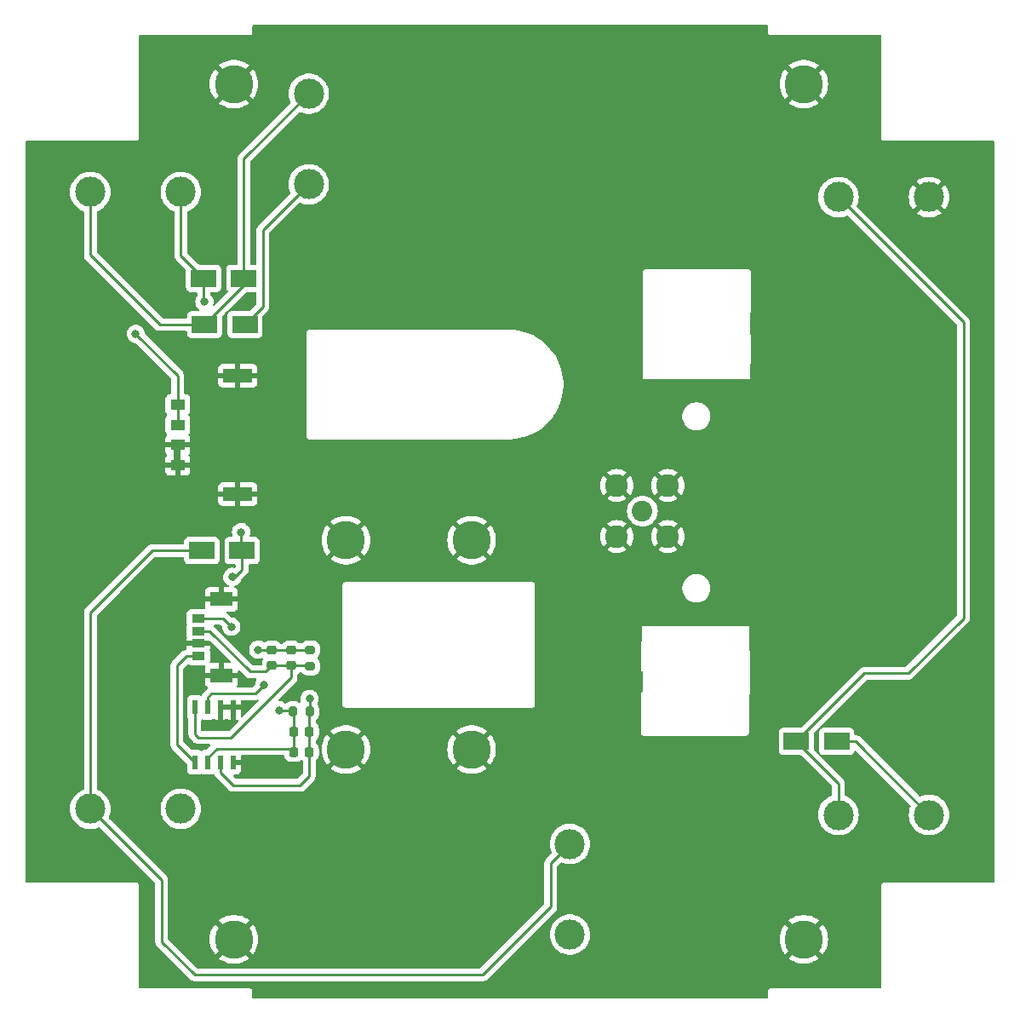
<source format=gbl>
%TF.GenerationSoftware,KiCad,Pcbnew,8.0.8*%
%TF.CreationDate,2025-03-18T15:11:00-07:00*%
%TF.ProjectId,ZPlus_Panel,5a506c75-735f-4506-916e-656c2e6b6963,v1b*%
%TF.SameCoordinates,Original*%
%TF.FileFunction,Copper,L4,Bot*%
%TF.FilePolarity,Positive*%
%FSLAX46Y46*%
G04 Gerber Fmt 4.6, Leading zero omitted, Abs format (unit mm)*
G04 Created by KiCad (PCBNEW 8.0.8) date 2025-03-18 15:11:00*
%MOMM*%
%LPD*%
G01*
G04 APERTURE LIST*
G04 Aperture macros list*
%AMRoundRect*
0 Rectangle with rounded corners*
0 $1 Rounding radius*
0 $2 $3 $4 $5 $6 $7 $8 $9 X,Y pos of 4 corners*
0 Add a 4 corners polygon primitive as box body*
4,1,4,$2,$3,$4,$5,$6,$7,$8,$9,$2,$3,0*
0 Add four circle primitives for the rounded corners*
1,1,$1+$1,$2,$3*
1,1,$1+$1,$4,$5*
1,1,$1+$1,$6,$7*
1,1,$1+$1,$8,$9*
0 Add four rect primitives between the rounded corners*
20,1,$1+$1,$2,$3,$4,$5,0*
20,1,$1+$1,$4,$5,$6,$7,0*
20,1,$1+$1,$6,$7,$8,$9,0*
20,1,$1+$1,$8,$9,$2,$3,0*%
G04 Aperture macros list end*
%TA.AperFunction,ComponentPad*%
%ADD10C,3.000000*%
%TD*%
%TA.AperFunction,ComponentPad*%
%ADD11C,2.600000*%
%TD*%
%TA.AperFunction,ConnectorPad*%
%ADD12C,3.800000*%
%TD*%
%TA.AperFunction,SMDPad,CuDef*%
%ADD13R,2.500000X1.700000*%
%TD*%
%TA.AperFunction,SMDPad,CuDef*%
%ADD14RoundRect,0.225000X-0.250000X0.225000X-0.250000X-0.225000X0.250000X-0.225000X0.250000X0.225000X0*%
%TD*%
%TA.AperFunction,SMDPad,CuDef*%
%ADD15R,0.533400X1.460500*%
%TD*%
%TA.AperFunction,SMDPad,CuDef*%
%ADD16RoundRect,0.225000X0.225000X0.250000X-0.225000X0.250000X-0.225000X-0.250000X0.225000X-0.250000X0*%
%TD*%
%TA.AperFunction,SMDPad,CuDef*%
%ADD17RoundRect,0.200000X0.200000X0.275000X-0.200000X0.275000X-0.200000X-0.275000X0.200000X-0.275000X0*%
%TD*%
%TA.AperFunction,SMDPad,CuDef*%
%ADD18R,1.295400X0.838200*%
%TD*%
%TA.AperFunction,SMDPad,CuDef*%
%ADD19R,2.260600X1.397000*%
%TD*%
%TA.AperFunction,SMDPad,CuDef*%
%ADD20R,1.450000X1.100000*%
%TD*%
%TA.AperFunction,SMDPad,CuDef*%
%ADD21R,2.899999X1.350000*%
%TD*%
%TA.AperFunction,SMDPad,CuDef*%
%ADD22RoundRect,0.200000X-0.275000X0.200000X-0.275000X-0.200000X0.275000X-0.200000X0.275000X0.200000X0*%
%TD*%
%TA.AperFunction,ComponentPad*%
%ADD23C,2.050000*%
%TD*%
%TA.AperFunction,ComponentPad*%
%ADD24C,2.250000*%
%TD*%
%TA.AperFunction,ViaPad*%
%ADD25C,0.800000*%
%TD*%
%TA.AperFunction,Conductor*%
%ADD26C,0.342400*%
%TD*%
%TA.AperFunction,Conductor*%
%ADD27C,0.250000*%
%TD*%
G04 APERTURE END LIST*
D10*
X140900000Y-56700000D03*
X149900000Y-56700000D03*
D11*
X155182000Y-45965600D03*
D12*
X155182000Y-45965600D03*
D10*
X188600000Y-121500000D03*
X188600000Y-130500000D03*
D11*
X166325000Y-112100000D03*
D12*
X166325000Y-112100000D03*
D11*
X178825000Y-112100000D03*
D12*
X178825000Y-112100000D03*
D11*
X178825000Y-91300000D03*
D12*
X178825000Y-91300000D03*
D11*
X211856000Y-45965600D03*
D12*
X211856000Y-45965600D03*
D10*
X162625000Y-55925000D03*
X162625000Y-46925000D03*
X215300000Y-57200000D03*
X224300000Y-57200000D03*
X149900000Y-118000000D03*
X140900000Y-118000000D03*
D11*
X211856000Y-130965600D03*
D12*
X211856000Y-130965600D03*
D10*
X224300000Y-118600000D03*
X215300000Y-118600000D03*
D11*
X155182000Y-130965600D03*
D12*
X155182000Y-130965600D03*
D11*
X166325000Y-91300000D03*
D12*
X166325000Y-91300000D03*
D13*
X156175000Y-65275000D03*
X152175000Y-65275000D03*
D14*
X158950000Y-102225000D03*
X158950000Y-103775000D03*
D15*
X151295000Y-107925850D03*
X152565000Y-107925850D03*
X153835000Y-107925850D03*
X155105000Y-107925850D03*
X155105000Y-113374150D03*
X153835000Y-113374150D03*
X152565000Y-113374150D03*
X151295000Y-113374150D03*
D13*
X156000000Y-92325000D03*
X152000000Y-92325000D03*
D16*
X162675000Y-112350000D03*
X161125000Y-112350000D03*
D17*
X162725000Y-108300000D03*
X161075000Y-108300000D03*
D18*
X151650000Y-99075000D03*
X151650000Y-100325000D03*
X151650000Y-101575000D03*
X151650000Y-102825000D03*
D19*
X153944890Y-104725001D03*
X153944890Y-97174999D03*
D13*
X156275000Y-69875000D03*
X152275000Y-69875000D03*
D16*
X162675000Y-110325000D03*
X161125000Y-110325000D03*
D14*
X160875000Y-102225000D03*
X160875000Y-103775000D03*
D13*
X215125000Y-111300000D03*
X211125000Y-111300000D03*
D20*
X149600001Y-77835350D03*
X149600001Y-79835351D03*
X149600001Y-81835350D03*
X149600001Y-83835351D03*
D21*
X155575000Y-86730349D03*
X155575000Y-74940352D03*
D22*
X162775000Y-102175000D03*
X162775000Y-103825000D03*
D23*
X195800000Y-88400000D03*
D24*
X193260000Y-90940000D03*
X198340000Y-90940000D03*
X193260000Y-85860000D03*
X198340000Y-85860000D03*
D25*
X193725000Y-107475000D03*
X206475000Y-87500000D03*
X201200000Y-91800000D03*
X193000000Y-79000000D03*
X201200000Y-87000000D03*
X193200000Y-68800000D03*
X193725000Y-99475000D03*
X230200000Y-86025000D03*
X192100000Y-105025000D03*
X201200000Y-85200000D03*
X207552000Y-109416000D03*
X207552000Y-111416000D03*
X195000000Y-100600000D03*
X207552000Y-69856000D03*
X192100000Y-103025000D03*
X195000000Y-104600000D03*
X194800000Y-70400000D03*
X207552000Y-67856000D03*
X192100000Y-107025000D03*
X207552000Y-107416000D03*
X193200000Y-70800000D03*
X201200000Y-90000000D03*
X207552000Y-103416000D03*
X193725000Y-111475000D03*
X191850000Y-67900000D03*
X194800000Y-66400000D03*
X193200000Y-64800000D03*
X192100000Y-111025000D03*
X207900000Y-85500000D03*
X194800000Y-64800000D03*
X195000000Y-110000000D03*
X206475000Y-85500000D03*
X207900000Y-91500000D03*
X192100000Y-101025000D03*
X191675000Y-81475000D03*
X194800000Y-63400000D03*
X193000000Y-81000000D03*
X193000000Y-97600000D03*
X191850000Y-75900000D03*
X191850000Y-69900000D03*
X193000000Y-83400000D03*
X193725000Y-109475000D03*
X192100000Y-99025000D03*
X191925000Y-97100000D03*
X199074000Y-83476000D03*
X207552000Y-73856000D03*
X195000000Y-102600000D03*
X178675000Y-42975000D03*
X206475000Y-83500000D03*
X181875000Y-130150000D03*
X193000000Y-93600000D03*
X207552000Y-105416000D03*
X194800000Y-72400000D03*
X207552000Y-71856000D03*
X188050000Y-50050000D03*
X136475000Y-123675000D03*
X193000000Y-75000000D03*
X206475000Y-89500000D03*
X195000000Y-111800000D03*
X193000000Y-73000000D03*
X191675000Y-83475000D03*
X191775000Y-77800000D03*
X206475000Y-91500000D03*
X193000000Y-95600000D03*
X193200000Y-66800000D03*
X191925000Y-95100000D03*
X191775000Y-79800000D03*
X195000000Y-106600000D03*
X207552000Y-101416000D03*
X193725000Y-105475000D03*
X155500000Y-125100000D03*
X197074000Y-83476000D03*
X193200000Y-63400000D03*
X192100000Y-109025000D03*
X191850000Y-71900000D03*
X206925000Y-135900000D03*
X193575000Y-132875000D03*
X207552000Y-63856000D03*
X191850000Y-73900000D03*
X195000000Y-108600000D03*
X207552000Y-65856000D03*
X193725000Y-101475000D03*
X193725000Y-103475000D03*
X207900000Y-87500000D03*
X207900000Y-83500000D03*
X207900000Y-89500000D03*
X187725000Y-126150000D03*
X194800000Y-68400000D03*
X191525000Y-93650000D03*
X195074000Y-83476000D03*
X201074000Y-83476000D03*
X193000000Y-77000000D03*
X194800000Y-74400000D03*
X145425000Y-70800000D03*
X155025000Y-94950000D03*
X155900000Y-90500000D03*
X152250000Y-67600000D03*
X157600000Y-102175000D03*
X158200000Y-105650000D03*
X162700000Y-107075000D03*
X159675000Y-108200000D03*
X154925000Y-99900000D03*
D26*
X155105000Y-107925850D02*
X153835000Y-107925850D01*
X149325001Y-81519998D02*
X149325001Y-83519999D01*
D27*
X149600001Y-74975001D02*
X145425000Y-70800000D01*
X149600001Y-77835350D02*
X149600001Y-74975001D01*
X149600001Y-77835350D02*
X149600001Y-79835351D01*
X156175000Y-65975000D02*
X156175000Y-65275000D01*
X152275000Y-69875000D02*
X156175000Y-65975000D01*
X162625000Y-46925000D02*
X156175000Y-53375000D01*
X140900000Y-62950000D02*
X147825000Y-69875000D01*
X140900000Y-56700000D02*
X140900000Y-62950000D01*
X147825000Y-69875000D02*
X152275000Y-69875000D01*
X156175000Y-53375000D02*
X156175000Y-65275000D01*
X152175000Y-67525000D02*
X152250000Y-67600000D01*
X149900000Y-56700000D02*
X150200000Y-56700000D01*
X149900000Y-63000000D02*
X152175000Y-65275000D01*
X150200000Y-56700000D02*
X150325000Y-56575000D01*
X152175000Y-65275000D02*
X152175000Y-67525000D01*
X156000000Y-92325000D02*
X156000000Y-94225000D01*
X156000000Y-94225000D02*
X155025000Y-95200000D01*
X155025000Y-95200000D02*
X155025000Y-94950000D01*
X155900000Y-92225000D02*
X156000000Y-92325000D01*
X155900000Y-90500000D02*
X155900000Y-92225000D01*
X149900000Y-56700000D02*
X149900000Y-63000000D01*
X140900000Y-118000000D02*
X148000000Y-125100000D01*
X148000000Y-125100000D02*
X148000000Y-131225000D01*
X186692000Y-127733000D02*
X186692000Y-123408000D01*
X147050000Y-92325000D02*
X140900000Y-98475000D01*
X179925000Y-134500000D02*
X186692000Y-127733000D01*
X152000000Y-92325000D02*
X147050000Y-92325000D01*
X186692000Y-123408000D02*
X188600000Y-121500000D01*
X148000000Y-131225000D02*
X151275000Y-134500000D01*
X151275000Y-134500000D02*
X179925000Y-134500000D01*
X140900000Y-98475000D02*
X140900000Y-118000000D01*
X217000000Y-111300000D02*
X224300000Y-118600000D01*
X215125000Y-111300000D02*
X217000000Y-111300000D01*
X215300000Y-115475000D02*
X211125000Y-111300000D01*
X215300000Y-57200000D02*
X227725000Y-69625000D01*
X227725000Y-69625000D02*
X227725000Y-99050000D01*
X227725000Y-99050000D02*
X222250000Y-104525000D01*
X215300000Y-118600000D02*
X215300000Y-115475000D01*
X222250000Y-104525000D02*
X217900000Y-104525000D01*
X217900000Y-104525000D02*
X211125000Y-111300000D01*
X160925000Y-102175000D02*
X160875000Y-102225000D01*
X158950000Y-102225000D02*
X157650000Y-102225000D01*
X152935300Y-106562600D02*
X152565000Y-106932900D01*
X158200000Y-105650000D02*
X157287400Y-106562600D01*
X162775000Y-102175000D02*
X160925000Y-102175000D01*
X152565000Y-106932900D02*
X152565000Y-107925850D01*
X160875000Y-102225000D02*
X158950000Y-102225000D01*
X157287400Y-106562600D02*
X152935300Y-106562600D01*
X157650000Y-102225000D02*
X157600000Y-102175000D01*
X151295000Y-110570000D02*
X151295000Y-107925850D01*
X160875000Y-104950000D02*
X154900000Y-110925000D01*
X160875000Y-103775000D02*
X160875000Y-104950000D01*
X152732800Y-100325000D02*
X156782800Y-104375000D01*
X158350000Y-104375000D02*
X158950000Y-103775000D01*
X156782800Y-104375000D02*
X158350000Y-104375000D01*
X160875000Y-103775000D02*
X162725000Y-103775000D01*
X151650000Y-100325000D02*
X152732800Y-100325000D01*
X151650000Y-110925000D02*
X151295000Y-110570000D01*
X154900000Y-110925000D02*
X151650000Y-110925000D01*
X162725000Y-103775000D02*
X162775000Y-103825000D01*
X158950000Y-103775000D02*
X160875000Y-103775000D01*
X161725000Y-115675000D02*
X162675000Y-114725000D01*
X153835000Y-113374150D02*
X153835000Y-114367100D01*
X162700000Y-108275000D02*
X162725000Y-108300000D01*
X162700000Y-107075000D02*
X162700000Y-108275000D01*
X162675000Y-108350000D02*
X162725000Y-108300000D01*
X162675000Y-110325000D02*
X162675000Y-112350000D01*
X153835000Y-114367100D02*
X155142900Y-115675000D01*
X155142900Y-115675000D02*
X161725000Y-115675000D01*
X162675000Y-110325000D02*
X162675000Y-108350000D01*
X162675000Y-114725000D02*
X162675000Y-112350000D01*
X160975000Y-108200000D02*
X161075000Y-108300000D01*
X161125000Y-110325000D02*
X161125000Y-112350000D01*
X160775000Y-112000000D02*
X161125000Y-112350000D01*
X159675000Y-108200000D02*
X160975000Y-108200000D01*
X153475600Y-112000000D02*
X160775000Y-112000000D01*
X154100000Y-99075000D02*
X154925000Y-99900000D01*
X161125000Y-110325000D02*
X161125000Y-108350000D01*
X152565000Y-113374150D02*
X152565000Y-112910600D01*
X151650000Y-99075000D02*
X154100000Y-99075000D01*
X161125000Y-108350000D02*
X161075000Y-108300000D01*
X152565000Y-112910600D02*
X153475600Y-112000000D01*
X149525000Y-103775000D02*
X149525000Y-111604150D01*
X151650000Y-102825000D02*
X150475000Y-102825000D01*
X150475000Y-102825000D02*
X149525000Y-103775000D01*
X149525000Y-111604150D02*
X151295000Y-113374150D01*
X158050000Y-68100000D02*
X156275000Y-69875000D01*
X158050000Y-60500000D02*
X158050000Y-68100000D01*
X162625000Y-55925000D02*
X158050000Y-60500000D01*
%TA.AperFunction,Conductor*%
G36*
X160132931Y-112652885D02*
G01*
X160169803Y-112703635D01*
X160174245Y-112724683D01*
X160176763Y-112749333D01*
X160176764Y-112749337D01*
X160230697Y-112912100D01*
X160230698Y-112912103D01*
X160320708Y-113058031D01*
X160320713Y-113058037D01*
X160320715Y-113058040D01*
X160441960Y-113179285D01*
X160441963Y-113179286D01*
X160441968Y-113179291D01*
X160587896Y-113269301D01*
X160587899Y-113269302D01*
X160750664Y-113323236D01*
X160800896Y-113328368D01*
X160851125Y-113333500D01*
X160851128Y-113333500D01*
X161398875Y-113333500D01*
X161441928Y-113329101D01*
X161499336Y-113323236D01*
X161662101Y-113269302D01*
X161666660Y-113266490D01*
X161808031Y-113179291D01*
X161808032Y-113179289D01*
X161808040Y-113179285D01*
X161828230Y-113159094D01*
X161884119Y-113130617D01*
X161946077Y-113140429D01*
X161971770Y-113159096D01*
X161991955Y-113179281D01*
X161991957Y-113179282D01*
X161991960Y-113179285D01*
X161993282Y-113180100D01*
X161993876Y-113180800D01*
X161996594Y-113182949D01*
X161996163Y-113183493D01*
X162033884Y-113227916D01*
X162041500Y-113266490D01*
X162041500Y-114420554D01*
X162022115Y-114480214D01*
X162011771Y-114492325D01*
X161492325Y-115011771D01*
X161436432Y-115040250D01*
X161420554Y-115041500D01*
X155447346Y-115041500D01*
X155387686Y-115022115D01*
X155375575Y-115011771D01*
X155149475Y-114785671D01*
X155120996Y-114729778D01*
X155130809Y-114667820D01*
X155175166Y-114623463D01*
X155221246Y-114612400D01*
X155420280Y-114612400D01*
X155420307Y-114612398D01*
X155480789Y-114605896D01*
X155480791Y-114605895D01*
X155617659Y-114554846D01*
X155617661Y-114554845D01*
X155734603Y-114467303D01*
X155822145Y-114350361D01*
X155822146Y-114350359D01*
X155873195Y-114213491D01*
X155873196Y-114213489D01*
X155879698Y-114153007D01*
X155879700Y-114152980D01*
X155879700Y-113628150D01*
X155206500Y-113628150D01*
X155146840Y-113608765D01*
X155109968Y-113558015D01*
X155105000Y-113526650D01*
X155105000Y-113221650D01*
X155124385Y-113161990D01*
X155175135Y-113125118D01*
X155206500Y-113120150D01*
X155879700Y-113120150D01*
X155879700Y-112735000D01*
X155899085Y-112675340D01*
X155949835Y-112638468D01*
X155981200Y-112633500D01*
X160073271Y-112633500D01*
X160132931Y-112652885D01*
G37*
%TD.AperFunction*%
%TA.AperFunction,Conductor*%
G36*
X157603564Y-107193243D02*
G01*
X157627573Y-107251197D01*
X157612932Y-107312195D01*
X157598157Y-107330937D01*
X156030194Y-108898900D01*
X155974301Y-108927379D01*
X155912343Y-108917566D01*
X155867986Y-108873209D01*
X155858173Y-108811251D01*
X155863324Y-108791655D01*
X155873196Y-108765189D01*
X155879698Y-108704707D01*
X155879700Y-108704680D01*
X155879700Y-108179850D01*
X155359000Y-108179850D01*
X155359000Y-109164100D01*
X155420280Y-109164100D01*
X155420307Y-109164098D01*
X155480789Y-109157596D01*
X155507255Y-109147724D01*
X155569928Y-109145035D01*
X155622212Y-109179698D01*
X155644136Y-109238473D01*
X155627326Y-109298909D01*
X155614500Y-109314594D01*
X154667325Y-110261771D01*
X154611432Y-110290250D01*
X154595554Y-110291500D01*
X152030000Y-110291500D01*
X151970340Y-110272115D01*
X151933468Y-110221365D01*
X151928500Y-110190000D01*
X151928500Y-109207077D01*
X151947885Y-109147417D01*
X151998635Y-109110545D01*
X152061365Y-109110545D01*
X152065443Y-109111967D01*
X152189099Y-109158089D01*
X152249662Y-109164600D01*
X152249672Y-109164600D01*
X152880328Y-109164600D01*
X152880338Y-109164600D01*
X152940901Y-109158089D01*
X153077904Y-109106989D01*
X153139592Y-109060809D01*
X153198965Y-109040575D01*
X153258896Y-109059105D01*
X153261243Y-109060810D01*
X153322338Y-109106545D01*
X153322340Y-109106546D01*
X153459208Y-109157595D01*
X153459210Y-109157596D01*
X153519692Y-109164098D01*
X153519720Y-109164100D01*
X153581000Y-109164100D01*
X154089000Y-109164100D01*
X154150280Y-109164100D01*
X154150307Y-109164098D01*
X154210789Y-109157596D01*
X154210791Y-109157595D01*
X154347659Y-109106546D01*
X154347661Y-109106545D01*
X154409173Y-109060498D01*
X154468550Y-109040263D01*
X154528481Y-109058794D01*
X154530827Y-109060498D01*
X154592338Y-109106545D01*
X154592340Y-109106546D01*
X154729208Y-109157595D01*
X154729210Y-109157596D01*
X154789692Y-109164098D01*
X154789720Y-109164100D01*
X154851000Y-109164100D01*
X154851000Y-108179850D01*
X154089000Y-108179850D01*
X154089000Y-109164100D01*
X153581000Y-109164100D01*
X153581000Y-108027350D01*
X153600385Y-107967690D01*
X153651135Y-107930818D01*
X153682500Y-107925850D01*
X153835000Y-107925850D01*
X153835000Y-107773350D01*
X153854385Y-107713690D01*
X153905135Y-107676818D01*
X153936500Y-107671850D01*
X155879700Y-107671850D01*
X155879700Y-107297600D01*
X155899085Y-107237940D01*
X155949835Y-107201068D01*
X155981200Y-107196100D01*
X157349794Y-107196100D01*
X157472185Y-107171755D01*
X157487542Y-107165393D01*
X157550076Y-107160469D01*
X157603564Y-107193243D01*
G37*
%TD.AperFunction*%
%TA.AperFunction,Conductor*%
G36*
X208241660Y-40126685D02*
G01*
X208278532Y-40177435D01*
X208283500Y-40208800D01*
X208283500Y-40846363D01*
X208303976Y-40922781D01*
X208303981Y-40922795D01*
X208336637Y-40979354D01*
X208343540Y-40991311D01*
X208343542Y-40991313D01*
X208343545Y-40991317D01*
X208399482Y-41047254D01*
X208399485Y-41047256D01*
X208399489Y-41047260D01*
X208427771Y-41063589D01*
X208468004Y-41086818D01*
X208468008Y-41086819D01*
X208468011Y-41086821D01*
X208468016Y-41086822D01*
X208468018Y-41086823D01*
X208544436Y-41107300D01*
X208544438Y-41107300D01*
X208623562Y-41107300D01*
X219456000Y-41107300D01*
X219515660Y-41126685D01*
X219552532Y-41177435D01*
X219557500Y-41208800D01*
X219557500Y-51361963D01*
X219577976Y-51438381D01*
X219577981Y-51438395D01*
X219610637Y-51494954D01*
X219617540Y-51506911D01*
X219617542Y-51506913D01*
X219617545Y-51506917D01*
X219673482Y-51562854D01*
X219673485Y-51562856D01*
X219673489Y-51562860D01*
X219701771Y-51579189D01*
X219742004Y-51602418D01*
X219742008Y-51602419D01*
X219742011Y-51602421D01*
X219742016Y-51602422D01*
X219742018Y-51602423D01*
X219818436Y-51622900D01*
X219818438Y-51622900D01*
X230729989Y-51622900D01*
X230789649Y-51642285D01*
X230826521Y-51693035D01*
X230831489Y-51724403D01*
X230830649Y-82922444D01*
X230829552Y-123712445D01*
X230829511Y-125218003D01*
X230810125Y-125277662D01*
X230759374Y-125314533D01*
X230728011Y-125319500D01*
X219816436Y-125319500D01*
X219740018Y-125339976D01*
X219740004Y-125339981D01*
X219671492Y-125379538D01*
X219671482Y-125379545D01*
X219615545Y-125435482D01*
X219615538Y-125435492D01*
X219575981Y-125504004D01*
X219575976Y-125504018D01*
X219555500Y-125580436D01*
X219555500Y-135733600D01*
X219536115Y-135793260D01*
X219485365Y-135830132D01*
X219454000Y-135835100D01*
X208542436Y-135835100D01*
X208466018Y-135855576D01*
X208466004Y-135855581D01*
X208397492Y-135895138D01*
X208397482Y-135895145D01*
X208341545Y-135951082D01*
X208341538Y-135951092D01*
X208301981Y-136019604D01*
X208301976Y-136019618D01*
X208281500Y-136096036D01*
X208281500Y-136733600D01*
X208262115Y-136793260D01*
X208211365Y-136830132D01*
X208180000Y-136835100D01*
X157112000Y-136835100D01*
X157052340Y-136815715D01*
X157015468Y-136764965D01*
X157010500Y-136733600D01*
X157010500Y-136096036D01*
X156990023Y-136019618D01*
X156990018Y-136019604D01*
X156966789Y-135979371D01*
X156950460Y-135951089D01*
X156950456Y-135951085D01*
X156950454Y-135951082D01*
X156894517Y-135895145D01*
X156894513Y-135895142D01*
X156894511Y-135895140D01*
X156882554Y-135888237D01*
X156825995Y-135855581D01*
X156825981Y-135855576D01*
X156749564Y-135835100D01*
X156749562Y-135835100D01*
X145838000Y-135835100D01*
X145778340Y-135815715D01*
X145741468Y-135764965D01*
X145736500Y-135733600D01*
X145736500Y-125580436D01*
X145716023Y-125504018D01*
X145716018Y-125504004D01*
X145692789Y-125463771D01*
X145676460Y-125435489D01*
X145676456Y-125435485D01*
X145676454Y-125435482D01*
X145620517Y-125379545D01*
X145620513Y-125379542D01*
X145620511Y-125379540D01*
X145608554Y-125372637D01*
X145551995Y-125339981D01*
X145551981Y-125339976D01*
X145475564Y-125319500D01*
X145475562Y-125319500D01*
X134564011Y-125319500D01*
X134504351Y-125300115D01*
X134467479Y-125249365D01*
X134462511Y-125217997D01*
X134462705Y-117999995D01*
X138886807Y-117999995D01*
X138886807Y-118000004D01*
X138905556Y-118274121D01*
X138905557Y-118274123D01*
X138905557Y-118274126D01*
X138905558Y-118274130D01*
X138923029Y-118358205D01*
X138961461Y-118543153D01*
X139053478Y-118802061D01*
X139053480Y-118802065D01*
X139131395Y-118952434D01*
X139179889Y-119046023D01*
X139338343Y-119270502D01*
X139525889Y-119471314D01*
X139525894Y-119471318D01*
X139525897Y-119471321D01*
X139687804Y-119603042D01*
X139739031Y-119644718D01*
X139973800Y-119787484D01*
X139973804Y-119787486D01*
X139973808Y-119787488D01*
X140047506Y-119819499D01*
X140225823Y-119896953D01*
X140225830Y-119896955D01*
X140225835Y-119896957D01*
X140490392Y-119971082D01*
X140490394Y-119971082D01*
X140490404Y-119971085D01*
X140762615Y-120008500D01*
X140762619Y-120008500D01*
X141037381Y-120008500D01*
X141037385Y-120008500D01*
X141309596Y-119971085D01*
X141574177Y-119896953D01*
X141738705Y-119825487D01*
X141801144Y-119819499D01*
X141850910Y-119846814D01*
X147336771Y-125332675D01*
X147365250Y-125388568D01*
X147366500Y-125404446D01*
X147366500Y-131287394D01*
X147390845Y-131409786D01*
X147390847Y-131409792D01*
X147438597Y-131525069D01*
X147438599Y-131525072D01*
X147438600Y-131525075D01*
X147507929Y-131628833D01*
X150782929Y-134903833D01*
X150871167Y-134992071D01*
X150974925Y-135061400D01*
X150974930Y-135061402D01*
X151090207Y-135109152D01*
X151090210Y-135109153D01*
X151090215Y-135109155D01*
X151212606Y-135133500D01*
X179987394Y-135133500D01*
X180109785Y-135109155D01*
X180225075Y-135061400D01*
X180328833Y-134992071D01*
X184820909Y-130499995D01*
X186586807Y-130499995D01*
X186586807Y-130500004D01*
X186605556Y-130774121D01*
X186605557Y-130774123D01*
X186661461Y-131043153D01*
X186753478Y-131302061D01*
X186753480Y-131302065D01*
X186765266Y-131324810D01*
X186879889Y-131546023D01*
X187038343Y-131770502D01*
X187225889Y-131971314D01*
X187225894Y-131971318D01*
X187225897Y-131971321D01*
X187308489Y-132038514D01*
X187439031Y-132144718D01*
X187673800Y-132287484D01*
X187673804Y-132287486D01*
X187673808Y-132287488D01*
X187753701Y-132322190D01*
X187925823Y-132396953D01*
X187925830Y-132396955D01*
X187925835Y-132396957D01*
X188190392Y-132471082D01*
X188190394Y-132471082D01*
X188190404Y-132471085D01*
X188462615Y-132508500D01*
X188462619Y-132508500D01*
X188737381Y-132508500D01*
X188737385Y-132508500D01*
X189009596Y-132471085D01*
X189009607Y-132471082D01*
X189274164Y-132396957D01*
X189274166Y-132396955D01*
X189274177Y-132396953D01*
X189526200Y-132287484D01*
X189760969Y-132144718D01*
X189974111Y-131971314D01*
X190161657Y-131770502D01*
X190320111Y-131546023D01*
X190446523Y-131302058D01*
X190538538Y-131043153D01*
X190554654Y-130965600D01*
X209443239Y-130965600D01*
X209462264Y-131268002D01*
X209462265Y-131268010D01*
X209519040Y-131565630D01*
X209519042Y-131565637D01*
X209612669Y-131853790D01*
X209612669Y-131853791D01*
X209741677Y-132127948D01*
X209741681Y-132127956D01*
X209904030Y-132383779D01*
X209983069Y-132479320D01*
X210917328Y-131545060D01*
X211016967Y-131682202D01*
X211139398Y-131804633D01*
X211276538Y-131904270D01*
X210340113Y-132840695D01*
X210563169Y-133002755D01*
X210563175Y-133002759D01*
X210828692Y-133148729D01*
X211110406Y-133260268D01*
X211110421Y-133260273D01*
X211403895Y-133335624D01*
X211704507Y-133373600D01*
X212007493Y-133373600D01*
X212308104Y-133335624D01*
X212601578Y-133260273D01*
X212601593Y-133260268D01*
X212883307Y-133148729D01*
X213148823Y-133002759D01*
X213371884Y-132840694D01*
X212435461Y-131904270D01*
X212572602Y-131804633D01*
X212695033Y-131682202D01*
X212794670Y-131545061D01*
X213728929Y-132479320D01*
X213728930Y-132479320D01*
X213807962Y-132383788D01*
X213807968Y-132383779D01*
X213970318Y-132127956D01*
X213970322Y-132127948D01*
X214099330Y-131853791D01*
X214099330Y-131853790D01*
X214192957Y-131565637D01*
X214192959Y-131565630D01*
X214249734Y-131268010D01*
X214249735Y-131268002D01*
X214268760Y-130965600D01*
X214249735Y-130663197D01*
X214249734Y-130663189D01*
X214192959Y-130365569D01*
X214192957Y-130365562D01*
X214099330Y-130077409D01*
X214099330Y-130077408D01*
X213970322Y-129803251D01*
X213970318Y-129803243D01*
X213807969Y-129547420D01*
X213728929Y-129451878D01*
X212794669Y-130386137D01*
X212695033Y-130248998D01*
X212572602Y-130126567D01*
X212435461Y-130026929D01*
X213371885Y-129090504D01*
X213371885Y-129090503D01*
X213148830Y-128928444D01*
X213148824Y-128928440D01*
X212883307Y-128782470D01*
X212601593Y-128670931D01*
X212601578Y-128670926D01*
X212308104Y-128595575D01*
X212007493Y-128557600D01*
X211704507Y-128557600D01*
X211403895Y-128595575D01*
X211110421Y-128670926D01*
X211110406Y-128670931D01*
X210828692Y-128782470D01*
X210563175Y-128928440D01*
X210563169Y-128928444D01*
X210340113Y-129090503D01*
X211276538Y-130026929D01*
X211139398Y-130126567D01*
X211016967Y-130248998D01*
X210917329Y-130386138D01*
X209983070Y-129451879D01*
X209983069Y-129451879D01*
X209904030Y-129547420D01*
X209741681Y-129803243D01*
X209741677Y-129803251D01*
X209612669Y-130077408D01*
X209612669Y-130077409D01*
X209519042Y-130365562D01*
X209519040Y-130365569D01*
X209462265Y-130663189D01*
X209462264Y-130663197D01*
X209443239Y-130965600D01*
X190554654Y-130965600D01*
X190594442Y-130774130D01*
X190598965Y-130708016D01*
X190613193Y-130500004D01*
X190613193Y-130499995D01*
X190594443Y-130225878D01*
X190594442Y-130225876D01*
X190594442Y-130225870D01*
X190538538Y-129956847D01*
X190534750Y-129946190D01*
X190483947Y-129803243D01*
X190446523Y-129697942D01*
X190320111Y-129453977D01*
X190161657Y-129229498D01*
X189974111Y-129028686D01*
X189974105Y-129028681D01*
X189974102Y-129028678D01*
X189760974Y-128855286D01*
X189760973Y-128855285D01*
X189760969Y-128855282D01*
X189526200Y-128712516D01*
X189526197Y-128712514D01*
X189526191Y-128712511D01*
X189360237Y-128640428D01*
X189274177Y-128603047D01*
X189274173Y-128603045D01*
X189274164Y-128603042D01*
X189009607Y-128528917D01*
X189009599Y-128528915D01*
X189009596Y-128528915D01*
X188797202Y-128499721D01*
X188737386Y-128491500D01*
X188737385Y-128491500D01*
X188462615Y-128491500D01*
X188462613Y-128491500D01*
X188364531Y-128504981D01*
X188190404Y-128528915D01*
X188190400Y-128528915D01*
X188190393Y-128528917D01*
X188190392Y-128528917D01*
X187925835Y-128603042D01*
X187925821Y-128603048D01*
X187673808Y-128712511D01*
X187673800Y-128712516D01*
X187439031Y-128855282D01*
X187439029Y-128855283D01*
X187439025Y-128855286D01*
X187225897Y-129028678D01*
X187225888Y-129028687D01*
X187038343Y-129229497D01*
X187038341Y-129229501D01*
X186879887Y-129453980D01*
X186753480Y-129697934D01*
X186753478Y-129697938D01*
X186661461Y-129956846D01*
X186605557Y-130225876D01*
X186605556Y-130225878D01*
X186586807Y-130499995D01*
X184820909Y-130499995D01*
X187184071Y-128136833D01*
X187253400Y-128033075D01*
X187301155Y-127917785D01*
X187325500Y-127795394D01*
X187325500Y-127670606D01*
X187325500Y-123712445D01*
X187344885Y-123652785D01*
X187355223Y-123640680D01*
X187649090Y-123346812D01*
X187704981Y-123318335D01*
X187761294Y-123325487D01*
X187925823Y-123396953D01*
X187925828Y-123396955D01*
X188190392Y-123471082D01*
X188190394Y-123471082D01*
X188190404Y-123471085D01*
X188462615Y-123508500D01*
X188462619Y-123508500D01*
X188737381Y-123508500D01*
X188737385Y-123508500D01*
X189009596Y-123471085D01*
X189009607Y-123471082D01*
X189274164Y-123396957D01*
X189274166Y-123396955D01*
X189274177Y-123396953D01*
X189526200Y-123287484D01*
X189760969Y-123144718D01*
X189974111Y-122971314D01*
X190161657Y-122770502D01*
X190320111Y-122546023D01*
X190446523Y-122302058D01*
X190538538Y-122043153D01*
X190594442Y-121774130D01*
X190613193Y-121500000D01*
X190594442Y-121225870D01*
X190538538Y-120956847D01*
X190446523Y-120697942D01*
X190320111Y-120453977D01*
X190161657Y-120229498D01*
X189974111Y-120028686D01*
X189974105Y-120028681D01*
X189974102Y-120028678D01*
X189760974Y-119855286D01*
X189760973Y-119855285D01*
X189760969Y-119855282D01*
X189526200Y-119712516D01*
X189526197Y-119712514D01*
X189526191Y-119712511D01*
X189360237Y-119640428D01*
X189274177Y-119603047D01*
X189274173Y-119603045D01*
X189274164Y-119603042D01*
X189009607Y-119528917D01*
X189009599Y-119528915D01*
X189009596Y-119528915D01*
X188797202Y-119499721D01*
X188737386Y-119491500D01*
X188737385Y-119491500D01*
X188462615Y-119491500D01*
X188462613Y-119491500D01*
X188364531Y-119504981D01*
X188190404Y-119528915D01*
X188190400Y-119528915D01*
X188190393Y-119528917D01*
X188190392Y-119528917D01*
X187925835Y-119603042D01*
X187925821Y-119603048D01*
X187673808Y-119712511D01*
X187673800Y-119712516D01*
X187439031Y-119855282D01*
X187439029Y-119855283D01*
X187439025Y-119855286D01*
X187225897Y-120028678D01*
X187225888Y-120028687D01*
X187038343Y-120229497D01*
X187038341Y-120229501D01*
X186879887Y-120453980D01*
X186753480Y-120697934D01*
X186753478Y-120697938D01*
X186661461Y-120956846D01*
X186605557Y-121225876D01*
X186605556Y-121225878D01*
X186586807Y-121499995D01*
X186586807Y-121500004D01*
X186605556Y-121774121D01*
X186605557Y-121774123D01*
X186661461Y-122043153D01*
X186753478Y-122302061D01*
X186753480Y-122302066D01*
X186770010Y-122333968D01*
X186780245Y-122395858D01*
X186752148Y-122451944D01*
X186751660Y-122452434D01*
X186288167Y-122915929D01*
X186199932Y-123004163D01*
X186199925Y-123004172D01*
X186130602Y-123107921D01*
X186130597Y-123107930D01*
X186082847Y-123223207D01*
X186082845Y-123223213D01*
X186058500Y-123345605D01*
X186058500Y-127428554D01*
X186039115Y-127488214D01*
X186028771Y-127500325D01*
X179692325Y-133836771D01*
X179636432Y-133865250D01*
X179620554Y-133866500D01*
X151579446Y-133866500D01*
X151519786Y-133847115D01*
X151507675Y-133836771D01*
X148663229Y-130992325D01*
X148649612Y-130965600D01*
X152769239Y-130965600D01*
X152788264Y-131268002D01*
X152788265Y-131268010D01*
X152845040Y-131565630D01*
X152845042Y-131565637D01*
X152938669Y-131853790D01*
X152938669Y-131853791D01*
X153067677Y-132127948D01*
X153067681Y-132127956D01*
X153230030Y-132383779D01*
X153309069Y-132479320D01*
X154243328Y-131545060D01*
X154342967Y-131682202D01*
X154465398Y-131804633D01*
X154602538Y-131904270D01*
X153666113Y-132840695D01*
X153889169Y-133002755D01*
X153889175Y-133002759D01*
X154154692Y-133148729D01*
X154436406Y-133260268D01*
X154436421Y-133260273D01*
X154729895Y-133335624D01*
X155030507Y-133373600D01*
X155333493Y-133373600D01*
X155634104Y-133335624D01*
X155927578Y-133260273D01*
X155927593Y-133260268D01*
X156209307Y-133148729D01*
X156474823Y-133002759D01*
X156697884Y-132840694D01*
X155761461Y-131904270D01*
X155898602Y-131804633D01*
X156021033Y-131682202D01*
X156120670Y-131545061D01*
X157054929Y-132479320D01*
X157054930Y-132479320D01*
X157133962Y-132383788D01*
X157133968Y-132383779D01*
X157296318Y-132127956D01*
X157296322Y-132127948D01*
X157425330Y-131853791D01*
X157425330Y-131853790D01*
X157518957Y-131565637D01*
X157518959Y-131565630D01*
X157575734Y-131268010D01*
X157575735Y-131268002D01*
X157594760Y-130965600D01*
X157575735Y-130663197D01*
X157575734Y-130663189D01*
X157518959Y-130365569D01*
X157518957Y-130365562D01*
X157425330Y-130077409D01*
X157425330Y-130077408D01*
X157296322Y-129803251D01*
X157296318Y-129803243D01*
X157133969Y-129547420D01*
X157054929Y-129451878D01*
X156120669Y-130386137D01*
X156021033Y-130248998D01*
X155898602Y-130126567D01*
X155761461Y-130026929D01*
X156697885Y-129090504D01*
X156697885Y-129090503D01*
X156474830Y-128928444D01*
X156474824Y-128928440D01*
X156209307Y-128782470D01*
X155927593Y-128670931D01*
X155927578Y-128670926D01*
X155634104Y-128595575D01*
X155333493Y-128557600D01*
X155030507Y-128557600D01*
X154729895Y-128595575D01*
X154436421Y-128670926D01*
X154436406Y-128670931D01*
X154154692Y-128782470D01*
X153889175Y-128928440D01*
X153889169Y-128928444D01*
X153666113Y-129090503D01*
X154602538Y-130026929D01*
X154465398Y-130126567D01*
X154342967Y-130248998D01*
X154243329Y-130386138D01*
X153309070Y-129451879D01*
X153309069Y-129451879D01*
X153230030Y-129547420D01*
X153067681Y-129803243D01*
X153067677Y-129803251D01*
X152938669Y-130077408D01*
X152938669Y-130077409D01*
X152845042Y-130365562D01*
X152845040Y-130365569D01*
X152788265Y-130663189D01*
X152788264Y-130663197D01*
X152769239Y-130965600D01*
X148649612Y-130965600D01*
X148634750Y-130936432D01*
X148633500Y-130920554D01*
X148633500Y-125037605D01*
X148627454Y-125007214D01*
X148609155Y-124915215D01*
X148561400Y-124799925D01*
X148492071Y-124696167D01*
X148403833Y-124607929D01*
X142748338Y-118952434D01*
X142719859Y-118896541D01*
X142729672Y-118834583D01*
X142729919Y-118834101D01*
X142746523Y-118802058D01*
X142838538Y-118543153D01*
X142894442Y-118274130D01*
X142913193Y-118000000D01*
X142913193Y-117999995D01*
X147886807Y-117999995D01*
X147886807Y-118000004D01*
X147905556Y-118274121D01*
X147905557Y-118274123D01*
X147905557Y-118274126D01*
X147905558Y-118274130D01*
X147923029Y-118358205D01*
X147961461Y-118543153D01*
X148053478Y-118802061D01*
X148053480Y-118802065D01*
X148131395Y-118952434D01*
X148179889Y-119046023D01*
X148338343Y-119270502D01*
X148525889Y-119471314D01*
X148525894Y-119471318D01*
X148525897Y-119471321D01*
X148687804Y-119603042D01*
X148739031Y-119644718D01*
X148973800Y-119787484D01*
X148973804Y-119787486D01*
X148973808Y-119787488D01*
X149047506Y-119819499D01*
X149225823Y-119896953D01*
X149225830Y-119896955D01*
X149225835Y-119896957D01*
X149490392Y-119971082D01*
X149490394Y-119971082D01*
X149490404Y-119971085D01*
X149762615Y-120008500D01*
X149762619Y-120008500D01*
X150037381Y-120008500D01*
X150037385Y-120008500D01*
X150309596Y-119971085D01*
X150309607Y-119971082D01*
X150574164Y-119896957D01*
X150574166Y-119896955D01*
X150574177Y-119896953D01*
X150826200Y-119787484D01*
X151060969Y-119644718D01*
X151274111Y-119471314D01*
X151461657Y-119270502D01*
X151620111Y-119046023D01*
X151746523Y-118802058D01*
X151838538Y-118543153D01*
X151894442Y-118274130D01*
X151913193Y-118000000D01*
X151899372Y-117797938D01*
X151894443Y-117725878D01*
X151894442Y-117725876D01*
X151894442Y-117725870D01*
X151838538Y-117456847D01*
X151746523Y-117197942D01*
X151620111Y-116953977D01*
X151461657Y-116729498D01*
X151274111Y-116528686D01*
X151274105Y-116528681D01*
X151274102Y-116528678D01*
X151060974Y-116355286D01*
X151060973Y-116355285D01*
X151060969Y-116355282D01*
X150826200Y-116212516D01*
X150826197Y-116212514D01*
X150826191Y-116212511D01*
X150660237Y-116140428D01*
X150574177Y-116103047D01*
X150574173Y-116103045D01*
X150574164Y-116103042D01*
X150309607Y-116028917D01*
X150309599Y-116028915D01*
X150309596Y-116028915D01*
X150097202Y-115999721D01*
X150037386Y-115991500D01*
X150037385Y-115991500D01*
X149762615Y-115991500D01*
X149762613Y-115991500D01*
X149664531Y-116004981D01*
X149490404Y-116028915D01*
X149490400Y-116028915D01*
X149490393Y-116028917D01*
X149490392Y-116028917D01*
X149225835Y-116103042D01*
X149225821Y-116103048D01*
X148973808Y-116212511D01*
X148973800Y-116212516D01*
X148739031Y-116355282D01*
X148739029Y-116355283D01*
X148739025Y-116355286D01*
X148525897Y-116528678D01*
X148525888Y-116528687D01*
X148338343Y-116729497D01*
X148338341Y-116729501D01*
X148179887Y-116953980D01*
X148053480Y-117197934D01*
X148053478Y-117197938D01*
X147961461Y-117456846D01*
X147905557Y-117725876D01*
X147905556Y-117725878D01*
X147886807Y-117999995D01*
X142913193Y-117999995D01*
X142899372Y-117797938D01*
X142894443Y-117725878D01*
X142894442Y-117725876D01*
X142894442Y-117725870D01*
X142838538Y-117456847D01*
X142746523Y-117197942D01*
X142620111Y-116953977D01*
X142461657Y-116729498D01*
X142274111Y-116528686D01*
X142274105Y-116528681D01*
X142274102Y-116528678D01*
X142060974Y-116355286D01*
X142060973Y-116355285D01*
X142060969Y-116355282D01*
X141826200Y-116212516D01*
X141826198Y-116212515D01*
X141826193Y-116212512D01*
X141594562Y-116111901D01*
X141547564Y-116070352D01*
X141533500Y-116018804D01*
X141533500Y-103712605D01*
X148891500Y-103712605D01*
X148891500Y-111666544D01*
X148915845Y-111788936D01*
X148915847Y-111788942D01*
X148963597Y-111904219D01*
X148963599Y-111904222D01*
X148963600Y-111904225D01*
X149032929Y-112007983D01*
X149032932Y-112007986D01*
X150490071Y-113465125D01*
X150518550Y-113521018D01*
X150519800Y-113536896D01*
X150519800Y-114153038D01*
X150526311Y-114213601D01*
X150577411Y-114350604D01*
X150665039Y-114467661D01*
X150782096Y-114555289D01*
X150919099Y-114606389D01*
X150979662Y-114612900D01*
X150979672Y-114612900D01*
X151610328Y-114612900D01*
X151610338Y-114612900D01*
X151670901Y-114606389D01*
X151807904Y-114555289D01*
X151869174Y-114509422D01*
X151928550Y-114489187D01*
X151988481Y-114507718D01*
X151990804Y-114509406D01*
X152015661Y-114528014D01*
X152052094Y-114555288D01*
X152052096Y-114555289D01*
X152189099Y-114606389D01*
X152249662Y-114612900D01*
X152249672Y-114612900D01*
X152880328Y-114612900D01*
X152880338Y-114612900D01*
X152940901Y-114606389D01*
X153077904Y-114555289D01*
X153087307Y-114548249D01*
X153146680Y-114528014D01*
X153206611Y-114546543D01*
X153241906Y-114590661D01*
X153273597Y-114667169D01*
X153273599Y-114667172D01*
X153273600Y-114667175D01*
X153342929Y-114770933D01*
X154650829Y-116078833D01*
X154739067Y-116167071D01*
X154842825Y-116236400D01*
X154842830Y-116236402D01*
X154958107Y-116284152D01*
X154958110Y-116284153D01*
X154958115Y-116284155D01*
X155080506Y-116308500D01*
X161787394Y-116308500D01*
X161909785Y-116284155D01*
X162025075Y-116236400D01*
X162128833Y-116167071D01*
X163167071Y-115128833D01*
X163236400Y-115025075D01*
X163284155Y-114909785D01*
X163308500Y-114787394D01*
X163308500Y-114662606D01*
X163308500Y-113266490D01*
X163327885Y-113206830D01*
X163353506Y-113183076D01*
X163353406Y-113182949D01*
X163355028Y-113181666D01*
X163356716Y-113180101D01*
X163358040Y-113179285D01*
X163479285Y-113058040D01*
X163489917Y-113040804D01*
X163569301Y-112912103D01*
X163569302Y-112912100D01*
X163623236Y-112749336D01*
X163630796Y-112675340D01*
X163633500Y-112648875D01*
X163633500Y-112100000D01*
X163912239Y-112100000D01*
X163931264Y-112402402D01*
X163931265Y-112402410D01*
X163988040Y-112700030D01*
X163988042Y-112700037D01*
X164081669Y-112988190D01*
X164081669Y-112988191D01*
X164210677Y-113262348D01*
X164210681Y-113262356D01*
X164373030Y-113518179D01*
X164452069Y-113613720D01*
X165386328Y-112679460D01*
X165485967Y-112816602D01*
X165608398Y-112939033D01*
X165745538Y-113038670D01*
X164809113Y-113975095D01*
X165032169Y-114137155D01*
X165032175Y-114137159D01*
X165297692Y-114283129D01*
X165579406Y-114394668D01*
X165579421Y-114394673D01*
X165872895Y-114470024D01*
X166173507Y-114508000D01*
X166476493Y-114508000D01*
X166777104Y-114470024D01*
X167070578Y-114394673D01*
X167070593Y-114394668D01*
X167352307Y-114283129D01*
X167617823Y-114137159D01*
X167840884Y-113975094D01*
X166904461Y-113038670D01*
X167041602Y-112939033D01*
X167164033Y-112816602D01*
X167263670Y-112679461D01*
X168197929Y-113613720D01*
X168197930Y-113613720D01*
X168276962Y-113518188D01*
X168276968Y-113518179D01*
X168439318Y-113262356D01*
X168439322Y-113262348D01*
X168568330Y-112988191D01*
X168568330Y-112988190D01*
X168661957Y-112700037D01*
X168661959Y-112700030D01*
X168718734Y-112402410D01*
X168718735Y-112402402D01*
X168737760Y-112100000D01*
X176412239Y-112100000D01*
X176431264Y-112402402D01*
X176431265Y-112402410D01*
X176488040Y-112700030D01*
X176488042Y-112700037D01*
X176581669Y-112988190D01*
X176581669Y-112988191D01*
X176710677Y-113262348D01*
X176710681Y-113262356D01*
X176873030Y-113518179D01*
X176952069Y-113613720D01*
X177886328Y-112679460D01*
X177985967Y-112816602D01*
X178108398Y-112939033D01*
X178245538Y-113038670D01*
X177309113Y-113975095D01*
X177532169Y-114137155D01*
X177532175Y-114137159D01*
X177797692Y-114283129D01*
X178079406Y-114394668D01*
X178079421Y-114394673D01*
X178372895Y-114470024D01*
X178673507Y-114508000D01*
X178976493Y-114508000D01*
X179277104Y-114470024D01*
X179570578Y-114394673D01*
X179570593Y-114394668D01*
X179852307Y-114283129D01*
X180117823Y-114137159D01*
X180340884Y-113975094D01*
X179404461Y-113038670D01*
X179541602Y-112939033D01*
X179664033Y-112816602D01*
X179763670Y-112679461D01*
X180697929Y-113613720D01*
X180697930Y-113613720D01*
X180776962Y-113518188D01*
X180776968Y-113518179D01*
X180939318Y-113262356D01*
X180939322Y-113262348D01*
X181068330Y-112988191D01*
X181068330Y-112988190D01*
X181161957Y-112700037D01*
X181161959Y-112700030D01*
X181218734Y-112402410D01*
X181218735Y-112402402D01*
X181237760Y-112100000D01*
X181218735Y-111797597D01*
X181218734Y-111797589D01*
X181161959Y-111499969D01*
X181161957Y-111499962D01*
X181068330Y-111211809D01*
X181068330Y-111211808D01*
X180939322Y-110937651D01*
X180939318Y-110937643D01*
X180776969Y-110681820D01*
X180697929Y-110586278D01*
X179763669Y-111520537D01*
X179664033Y-111383398D01*
X179541602Y-111260967D01*
X179404461Y-111161329D01*
X180340885Y-110224904D01*
X180340885Y-110224903D01*
X180117830Y-110062844D01*
X180117824Y-110062840D01*
X179852307Y-109916870D01*
X179570593Y-109805331D01*
X179570578Y-109805326D01*
X179277104Y-109729975D01*
X178976493Y-109692000D01*
X178673507Y-109692000D01*
X178372895Y-109729975D01*
X178079421Y-109805326D01*
X178079406Y-109805331D01*
X177797692Y-109916870D01*
X177532175Y-110062840D01*
X177532169Y-110062844D01*
X177309113Y-110224903D01*
X178245538Y-111161329D01*
X178108398Y-111260967D01*
X177985967Y-111383398D01*
X177886329Y-111520538D01*
X176952070Y-110586279D01*
X176952069Y-110586279D01*
X176873030Y-110681820D01*
X176710681Y-110937643D01*
X176710677Y-110937651D01*
X176581669Y-111211808D01*
X176581669Y-111211809D01*
X176488042Y-111499962D01*
X176488040Y-111499969D01*
X176431265Y-111797589D01*
X176431264Y-111797597D01*
X176412239Y-112100000D01*
X168737760Y-112100000D01*
X168718735Y-111797597D01*
X168718734Y-111797589D01*
X168661959Y-111499969D01*
X168661957Y-111499962D01*
X168568330Y-111211809D01*
X168568330Y-111211808D01*
X168439322Y-110937651D01*
X168439318Y-110937643D01*
X168276969Y-110681820D01*
X168197929Y-110586278D01*
X167263669Y-111520537D01*
X167164033Y-111383398D01*
X167041602Y-111260967D01*
X166904461Y-111161329D01*
X167840885Y-110224904D01*
X167840885Y-110224903D01*
X167617830Y-110062844D01*
X167617824Y-110062840D01*
X167352307Y-109916870D01*
X167070593Y-109805331D01*
X167070578Y-109805326D01*
X166777104Y-109729975D01*
X166476493Y-109692000D01*
X166173507Y-109692000D01*
X165872895Y-109729975D01*
X165579421Y-109805326D01*
X165579406Y-109805331D01*
X165297692Y-109916870D01*
X165032175Y-110062840D01*
X165032169Y-110062844D01*
X164809113Y-110224903D01*
X165745538Y-111161329D01*
X165608398Y-111260967D01*
X165485967Y-111383398D01*
X165386329Y-111520538D01*
X164452070Y-110586279D01*
X164452069Y-110586279D01*
X164373030Y-110681820D01*
X164210681Y-110937643D01*
X164210677Y-110937651D01*
X164081669Y-111211808D01*
X164081669Y-111211809D01*
X163988042Y-111499962D01*
X163988040Y-111499969D01*
X163931265Y-111797589D01*
X163931264Y-111797597D01*
X163912239Y-112100000D01*
X163633500Y-112100000D01*
X163633500Y-112051124D01*
X163623236Y-111950667D01*
X163623236Y-111950664D01*
X163569302Y-111787899D01*
X163569301Y-111787896D01*
X163479291Y-111641968D01*
X163479286Y-111641963D01*
X163479285Y-111641960D01*
X163358040Y-111520715D01*
X163356714Y-111519897D01*
X163356120Y-111519197D01*
X163353397Y-111517044D01*
X163353828Y-111516498D01*
X163316114Y-111472079D01*
X163308500Y-111433509D01*
X163308500Y-111241490D01*
X163327885Y-111181830D01*
X163353506Y-111158076D01*
X163353406Y-111157949D01*
X163355028Y-111156666D01*
X163356716Y-111155101D01*
X163358040Y-111154285D01*
X163479285Y-111033040D01*
X163499665Y-111000000D01*
X163569301Y-110887103D01*
X163569302Y-110887100D01*
X163623236Y-110724336D01*
X163631125Y-110647115D01*
X163633500Y-110623875D01*
X163633500Y-110026124D01*
X163623236Y-109925667D01*
X163623236Y-109925664D01*
X163569302Y-109762899D01*
X163569301Y-109762896D01*
X163479291Y-109616968D01*
X163479286Y-109616963D01*
X163479285Y-109616960D01*
X163358040Y-109495715D01*
X163356714Y-109494897D01*
X163356120Y-109494197D01*
X163353397Y-109492044D01*
X163353828Y-109491498D01*
X163316114Y-109447079D01*
X163308500Y-109408509D01*
X163308500Y-109228311D01*
X163327885Y-109168651D01*
X163357494Y-109141447D01*
X163365155Y-109136816D01*
X163486816Y-109015155D01*
X163575827Y-108867913D01*
X163627013Y-108703649D01*
X163633500Y-108632265D01*
X163633499Y-107967736D01*
X163627013Y-107896351D01*
X163575827Y-107732087D01*
X163501407Y-107608981D01*
X163487132Y-107547896D01*
X163500368Y-107505720D01*
X163524927Y-107463184D01*
X163534527Y-107446556D01*
X163593542Y-107264928D01*
X163613504Y-107075000D01*
X163593542Y-106885072D01*
X163534527Y-106703444D01*
X163439040Y-106538056D01*
X163439039Y-106538055D01*
X163439038Y-106538053D01*
X163311256Y-106396137D01*
X163311255Y-106396136D01*
X163311254Y-106396135D01*
X163311253Y-106396134D01*
X163226757Y-106334743D01*
X163156754Y-106283883D01*
X163151027Y-106281333D01*
X162982288Y-106206206D01*
X162982284Y-106206205D01*
X162795487Y-106166500D01*
X162604513Y-106166500D01*
X162417715Y-106206205D01*
X162417713Y-106206205D01*
X162417712Y-106206206D01*
X162330480Y-106245044D01*
X162243245Y-106283883D01*
X162088744Y-106396136D01*
X162088743Y-106396137D01*
X161960961Y-106538053D01*
X161907576Y-106630519D01*
X161865473Y-106703444D01*
X161849777Y-106751750D01*
X161806458Y-106885071D01*
X161806457Y-106885074D01*
X161786496Y-107074999D01*
X161786496Y-107075000D01*
X161806457Y-107264925D01*
X161806459Y-107264932D01*
X161824703Y-107321082D01*
X161824703Y-107383813D01*
X161787831Y-107434562D01*
X161728171Y-107453947D01*
X161675661Y-107439309D01*
X161567910Y-107374171D01*
X161403657Y-107322989D01*
X161403651Y-107322987D01*
X161403649Y-107322987D01*
X161403646Y-107322986D01*
X161403643Y-107322986D01*
X161332272Y-107316500D01*
X160817736Y-107316500D01*
X160746349Y-107322987D01*
X160582089Y-107374171D01*
X160434842Y-107463185D01*
X160400049Y-107497978D01*
X160344156Y-107526457D01*
X160282198Y-107516643D01*
X160268619Y-107508321D01*
X160131756Y-107408884D01*
X160131752Y-107408882D01*
X159957288Y-107331206D01*
X159957284Y-107331205D01*
X159770487Y-107291500D01*
X159674445Y-107291500D01*
X159614785Y-107272115D01*
X159577913Y-107221365D01*
X159577913Y-107158635D01*
X159602674Y-107118229D01*
X160376924Y-106343979D01*
X161367071Y-105353833D01*
X161436400Y-105250075D01*
X161484155Y-105134785D01*
X161508500Y-105012394D01*
X161508500Y-104887606D01*
X161508500Y-104681910D01*
X161527885Y-104622250D01*
X161556712Y-104595523D01*
X161583040Y-104579285D01*
X161704285Y-104458040D01*
X161705102Y-104456714D01*
X161705802Y-104456120D01*
X161707956Y-104453397D01*
X161708501Y-104453828D01*
X161752921Y-104416114D01*
X161791491Y-104408500D01*
X161846688Y-104408500D01*
X161906348Y-104427885D01*
X161933549Y-104457489D01*
X161938183Y-104465155D01*
X162059842Y-104586814D01*
X162059844Y-104586815D01*
X162059845Y-104586816D01*
X162196293Y-104669302D01*
X162207089Y-104675828D01*
X162259046Y-104692018D01*
X162371351Y-104727013D01*
X162442735Y-104733500D01*
X163107264Y-104733499D01*
X163178649Y-104727013D01*
X163342913Y-104675827D01*
X163490155Y-104586816D01*
X163611816Y-104465155D01*
X163700827Y-104317913D01*
X163752013Y-104153649D01*
X163758500Y-104082265D01*
X163758499Y-103567736D01*
X163752013Y-103496351D01*
X163713005Y-103371167D01*
X163700828Y-103332089D01*
X163677039Y-103292738D01*
X163611816Y-103184845D01*
X163611815Y-103184844D01*
X163611814Y-103184842D01*
X163498743Y-103071771D01*
X163470264Y-103015878D01*
X163480077Y-102953920D01*
X163498743Y-102928229D01*
X163611814Y-102815157D01*
X163611816Y-102815155D01*
X163700827Y-102667913D01*
X163752013Y-102503649D01*
X163758500Y-102432265D01*
X163758499Y-101917736D01*
X163752013Y-101846351D01*
X163700827Y-101682087D01*
X163611816Y-101534845D01*
X163611815Y-101534844D01*
X163611814Y-101534842D01*
X163490157Y-101413185D01*
X163342910Y-101324171D01*
X163178657Y-101272989D01*
X163178651Y-101272987D01*
X163178649Y-101272987D01*
X163178646Y-101272986D01*
X163178643Y-101272986D01*
X163107272Y-101266500D01*
X162442736Y-101266500D01*
X162371349Y-101272987D01*
X162207089Y-101324171D01*
X162059842Y-101413185D01*
X161961257Y-101511771D01*
X161905364Y-101540250D01*
X161889486Y-101541500D01*
X161745867Y-101541500D01*
X161686207Y-101522115D01*
X161674096Y-101511771D01*
X161583043Y-101420718D01*
X161583040Y-101420715D01*
X161583037Y-101420713D01*
X161583031Y-101420708D01*
X161437103Y-101330698D01*
X161437100Y-101330697D01*
X161274337Y-101276764D01*
X161274332Y-101276763D01*
X161173875Y-101266500D01*
X161173872Y-101266500D01*
X160576128Y-101266500D01*
X160576125Y-101266500D01*
X160475667Y-101276763D01*
X160475662Y-101276764D01*
X160312899Y-101330697D01*
X160312896Y-101330698D01*
X160166968Y-101420708D01*
X160166956Y-101420718D01*
X160045718Y-101541956D01*
X160045713Y-101541962D01*
X160044898Y-101543285D01*
X160044197Y-101543879D01*
X160042044Y-101546603D01*
X160041498Y-101546171D01*
X159997079Y-101583886D01*
X159958509Y-101591500D01*
X159866491Y-101591500D01*
X159806831Y-101572115D01*
X159783084Y-101546501D01*
X159782956Y-101546603D01*
X159781666Y-101544972D01*
X159780102Y-101543285D01*
X159779286Y-101541962D01*
X159779285Y-101541960D01*
X159658040Y-101420715D01*
X159658037Y-101420713D01*
X159658031Y-101420708D01*
X159512103Y-101330698D01*
X159512100Y-101330697D01*
X159349337Y-101276764D01*
X159349332Y-101276763D01*
X159248875Y-101266500D01*
X159248872Y-101266500D01*
X158651128Y-101266500D01*
X158651125Y-101266500D01*
X158550667Y-101276763D01*
X158550662Y-101276764D01*
X158387899Y-101330697D01*
X158387896Y-101330698D01*
X158241962Y-101420712D01*
X158237906Y-101423920D01*
X158179084Y-101445716D01*
X158118684Y-101428775D01*
X158115312Y-101426428D01*
X158081959Y-101402196D01*
X158056754Y-101383883D01*
X158056752Y-101383882D01*
X157882288Y-101306206D01*
X157882284Y-101306205D01*
X157695487Y-101266500D01*
X157504513Y-101266500D01*
X157317715Y-101306205D01*
X157317713Y-101306205D01*
X157317712Y-101306206D01*
X157262704Y-101330697D01*
X157143245Y-101383883D01*
X156988744Y-101496136D01*
X156988743Y-101496137D01*
X156860961Y-101638053D01*
X156835537Y-101682089D01*
X156765473Y-101803444D01*
X156751532Y-101846349D01*
X156706458Y-101985071D01*
X156706457Y-101985074D01*
X156686496Y-102174999D01*
X156686496Y-102175000D01*
X156706457Y-102364925D01*
X156706458Y-102364928D01*
X156765473Y-102546556D01*
X156835537Y-102667910D01*
X156860961Y-102711946D01*
X156974667Y-102838229D01*
X156988747Y-102853866D01*
X157143248Y-102966118D01*
X157317712Y-103043794D01*
X157449328Y-103071770D01*
X157504512Y-103083500D01*
X157504513Y-103083500D01*
X157695487Y-103083500D01*
X157882288Y-103043794D01*
X157951777Y-103012855D01*
X158014160Y-103006299D01*
X158068486Y-103037664D01*
X158094001Y-103094971D01*
X158080959Y-103156331D01*
X158079446Y-103158866D01*
X158030696Y-103237901D01*
X157976764Y-103400662D01*
X157976763Y-103400667D01*
X157966500Y-103501124D01*
X157966500Y-103640000D01*
X157947115Y-103699660D01*
X157896365Y-103736532D01*
X157865000Y-103741500D01*
X157087246Y-103741500D01*
X157027586Y-103722115D01*
X157015475Y-103711771D01*
X153185475Y-99881771D01*
X153156996Y-99825878D01*
X153166809Y-99763920D01*
X153211166Y-99719563D01*
X153257246Y-99708500D01*
X153795554Y-99708500D01*
X153855214Y-99727885D01*
X153867325Y-99738229D01*
X153984012Y-99854916D01*
X154012491Y-99910809D01*
X154013185Y-99916077D01*
X154031457Y-100089925D01*
X154031458Y-100089928D01*
X154090473Y-100271556D01*
X154174679Y-100417405D01*
X154185961Y-100436946D01*
X154313743Y-100578862D01*
X154313747Y-100578866D01*
X154468248Y-100691118D01*
X154642712Y-100768794D01*
X154782812Y-100798573D01*
X154829512Y-100808500D01*
X154829513Y-100808500D01*
X155020487Y-100808500D01*
X155207288Y-100768794D01*
X155381752Y-100691118D01*
X155536253Y-100578866D01*
X155664040Y-100436944D01*
X155759527Y-100271556D01*
X155818542Y-100089928D01*
X155838504Y-99900000D01*
X155818542Y-99710072D01*
X155759527Y-99528444D01*
X155664040Y-99363056D01*
X155664039Y-99363055D01*
X155664038Y-99363053D01*
X155536256Y-99221137D01*
X155536255Y-99221136D01*
X155536254Y-99221135D01*
X155536253Y-99221134D01*
X155386586Y-99112394D01*
X155381754Y-99108883D01*
X155381752Y-99108882D01*
X155207288Y-99031206D01*
X155207284Y-99031205D01*
X155020487Y-98991500D01*
X154954446Y-98991500D01*
X154894786Y-98972115D01*
X154882675Y-98961771D01*
X154503836Y-98582932D01*
X154503833Y-98582929D01*
X154480582Y-98567393D01*
X154441746Y-98518130D01*
X154439283Y-98455448D01*
X154474134Y-98403289D01*
X154532987Y-98381577D01*
X154536972Y-98381499D01*
X155123770Y-98381499D01*
X155123797Y-98381497D01*
X155184279Y-98374995D01*
X155184281Y-98374994D01*
X155321149Y-98323945D01*
X155321151Y-98323944D01*
X155438093Y-98236402D01*
X155525635Y-98119460D01*
X155525636Y-98119458D01*
X155576685Y-97982590D01*
X155576686Y-97982588D01*
X155583188Y-97922106D01*
X155583190Y-97922079D01*
X155583190Y-97428999D01*
X152306590Y-97428999D01*
X152306590Y-97922079D01*
X152306591Y-97922106D01*
X152313093Y-97982588D01*
X152313094Y-97982589D01*
X152323478Y-98010431D01*
X152326164Y-98073104D01*
X152291498Y-98125386D01*
X152232723Y-98147307D01*
X152228377Y-98147400D01*
X150953661Y-98147400D01*
X150893099Y-98153911D01*
X150893095Y-98153912D01*
X150756098Y-98205010D01*
X150756097Y-98205010D01*
X150756096Y-98205011D01*
X150639039Y-98292639D01*
X150556208Y-98403289D01*
X150551410Y-98409698D01*
X150500312Y-98546695D01*
X150500311Y-98546699D01*
X150493800Y-98607261D01*
X150493800Y-99542738D01*
X150500311Y-99603300D01*
X150523148Y-99664530D01*
X150525834Y-99727203D01*
X150523148Y-99735470D01*
X150500311Y-99796699D01*
X150493800Y-99857261D01*
X150493800Y-100792738D01*
X150500311Y-100853301D01*
X150523414Y-100915247D01*
X150526099Y-100977920D01*
X150523414Y-100986183D01*
X150500804Y-101046805D01*
X150500803Y-101046810D01*
X150494301Y-101107292D01*
X150494300Y-101107319D01*
X150494300Y-101321000D01*
X152790854Y-101321000D01*
X152850514Y-101340385D01*
X152862625Y-101350729D01*
X154857126Y-103345230D01*
X154885605Y-103401123D01*
X154875792Y-103463081D01*
X154831435Y-103507438D01*
X154785355Y-103518501D01*
X154198890Y-103518501D01*
X154198890Y-104471001D01*
X155583190Y-104471001D01*
X155583190Y-104316336D01*
X155602575Y-104256676D01*
X155653325Y-104219804D01*
X155716055Y-104219804D01*
X155756461Y-104244565D01*
X156290729Y-104778833D01*
X156378967Y-104867071D01*
X156482725Y-104936400D01*
X156482730Y-104936402D01*
X156598007Y-104984152D01*
X156598010Y-104984153D01*
X156598015Y-104984155D01*
X156720406Y-105008500D01*
X157345522Y-105008500D01*
X157405182Y-105027885D01*
X157442054Y-105078635D01*
X157442054Y-105141365D01*
X157433424Y-105160748D01*
X157365473Y-105278444D01*
X157335965Y-105369258D01*
X157306458Y-105460071D01*
X157306457Y-105460074D01*
X157288185Y-105633921D01*
X157262670Y-105691228D01*
X157259013Y-105695082D01*
X157054723Y-105899372D01*
X156998833Y-105927850D01*
X156982954Y-105929100D01*
X155534044Y-105929100D01*
X155474384Y-105909715D01*
X155437512Y-105858965D01*
X155437512Y-105796235D01*
X155452789Y-105766773D01*
X155525635Y-105669462D01*
X155525636Y-105669460D01*
X155576685Y-105532592D01*
X155576686Y-105532590D01*
X155583188Y-105472108D01*
X155583190Y-105472081D01*
X155583190Y-104979001D01*
X152306590Y-104979001D01*
X152306590Y-105472081D01*
X152306591Y-105472108D01*
X152313093Y-105532590D01*
X152313094Y-105532592D01*
X152364143Y-105669460D01*
X152364144Y-105669462D01*
X152451686Y-105786404D01*
X152574440Y-105878297D01*
X152572474Y-105880922D01*
X152606035Y-105916491D01*
X152614046Y-105978708D01*
X152583957Y-106033751D01*
X152570690Y-106044321D01*
X152531468Y-106070528D01*
X152531463Y-106070532D01*
X152072932Y-106529063D01*
X152072925Y-106529072D01*
X152003602Y-106632821D01*
X152003599Y-106632827D01*
X151971906Y-106709339D01*
X151931165Y-106757039D01*
X151870168Y-106771682D01*
X151817307Y-106751750D01*
X151807904Y-106744711D01*
X151807903Y-106744710D01*
X151670904Y-106693612D01*
X151670903Y-106693611D01*
X151670901Y-106693611D01*
X151610338Y-106687100D01*
X150979662Y-106687100D01*
X150979661Y-106687100D01*
X150919099Y-106693611D01*
X150919095Y-106693612D01*
X150782098Y-106744710D01*
X150782097Y-106744710D01*
X150782096Y-106744711D01*
X150665039Y-106832339D01*
X150625564Y-106885072D01*
X150577410Y-106949398D01*
X150530563Y-107075000D01*
X150526311Y-107086399D01*
X150519800Y-107146962D01*
X150519800Y-108704738D01*
X150526311Y-108765301D01*
X150577411Y-108902304D01*
X150641255Y-108987589D01*
X150661490Y-109046965D01*
X150661500Y-109048415D01*
X150661500Y-110632394D01*
X150685845Y-110754786D01*
X150685847Y-110754792D01*
X150733597Y-110870069D01*
X150733599Y-110870072D01*
X150733600Y-110870075D01*
X150802929Y-110973833D01*
X151157929Y-111328833D01*
X151246167Y-111417071D01*
X151349925Y-111486400D01*
X151349930Y-111486402D01*
X151465207Y-111534152D01*
X151465210Y-111534153D01*
X151465215Y-111534155D01*
X151587606Y-111558500D01*
X152776154Y-111558500D01*
X152835814Y-111577885D01*
X152872686Y-111628635D01*
X152872686Y-111691365D01*
X152847925Y-111731771D01*
X152474025Y-112105671D01*
X152418132Y-112134150D01*
X152402254Y-112135400D01*
X152249661Y-112135400D01*
X152189099Y-112141911D01*
X152189095Y-112141912D01*
X152052098Y-112193009D01*
X151990826Y-112238877D01*
X151931448Y-112259111D01*
X151871517Y-112240579D01*
X151869174Y-112238877D01*
X151807901Y-112193009D01*
X151670904Y-112141912D01*
X151670903Y-112141911D01*
X151670901Y-112141911D01*
X151610338Y-112135400D01*
X150994196Y-112135400D01*
X150934536Y-112116015D01*
X150922425Y-112105671D01*
X150188229Y-111371475D01*
X150159750Y-111315582D01*
X150158500Y-111299704D01*
X150158500Y-104079445D01*
X150177885Y-104019785D01*
X150188223Y-104007680D01*
X150547972Y-103647930D01*
X150603863Y-103619453D01*
X150665821Y-103629266D01*
X150680557Y-103638441D01*
X150756096Y-103694989D01*
X150893099Y-103746089D01*
X150953662Y-103752600D01*
X150953672Y-103752600D01*
X152228377Y-103752600D01*
X152288037Y-103771985D01*
X152324909Y-103822735D01*
X152324909Y-103885465D01*
X152323478Y-103889569D01*
X152313094Y-103917410D01*
X152313093Y-103917411D01*
X152306591Y-103977893D01*
X152306590Y-103977920D01*
X152306590Y-104471001D01*
X153690890Y-104471001D01*
X153690890Y-103518501D01*
X152884260Y-103518501D01*
X152824600Y-103499116D01*
X152787728Y-103448366D01*
X152787728Y-103385636D01*
X152789160Y-103381530D01*
X152793025Y-103371167D01*
X152799689Y-103353301D01*
X152806200Y-103292738D01*
X152806200Y-102357262D01*
X152799689Y-102296699D01*
X152787344Y-102263600D01*
X152776585Y-102234754D01*
X152773898Y-102172082D01*
X152776585Y-102163813D01*
X152799193Y-102103197D01*
X152799196Y-102103186D01*
X152805698Y-102042707D01*
X152805700Y-102042680D01*
X152805700Y-101829000D01*
X150494300Y-101829000D01*
X150494300Y-102042691D01*
X150498331Y-102080184D01*
X150485433Y-102141575D01*
X150438915Y-102183660D01*
X150417214Y-102190583D01*
X150290214Y-102215845D01*
X150290207Y-102215847D01*
X150174930Y-102263597D01*
X150174921Y-102263602D01*
X150071172Y-102332925D01*
X150071163Y-102332932D01*
X149032932Y-103371163D01*
X149032925Y-103371172D01*
X148963602Y-103474921D01*
X148963597Y-103474930D01*
X148915847Y-103590207D01*
X148915845Y-103590213D01*
X148891500Y-103712605D01*
X141533500Y-103712605D01*
X141533500Y-98779446D01*
X141552885Y-98719786D01*
X141563229Y-98707675D01*
X143842986Y-96427918D01*
X152306590Y-96427918D01*
X152306590Y-96920999D01*
X153690890Y-96920999D01*
X153690890Y-95968499D01*
X152766010Y-95968499D01*
X152765982Y-95968500D01*
X152705500Y-95975002D01*
X152705498Y-95975003D01*
X152568630Y-96026052D01*
X152568628Y-96026053D01*
X152451686Y-96113595D01*
X152364144Y-96230537D01*
X152364143Y-96230539D01*
X152313094Y-96367407D01*
X152313093Y-96367409D01*
X152306591Y-96427891D01*
X152306590Y-96427918D01*
X143842986Y-96427918D01*
X145320905Y-94949999D01*
X154111496Y-94949999D01*
X154111496Y-94950000D01*
X154131457Y-95139925D01*
X154131458Y-95139928D01*
X154190473Y-95321556D01*
X154264342Y-95449500D01*
X154285961Y-95486946D01*
X154413743Y-95628862D01*
X154413747Y-95628866D01*
X154568248Y-95741118D01*
X154642720Y-95774274D01*
X154689337Y-95816249D01*
X154702380Y-95877608D01*
X154676866Y-95934915D01*
X154622539Y-95966281D01*
X154601436Y-95968499D01*
X154198890Y-95968499D01*
X154198890Y-96920999D01*
X155583190Y-96920999D01*
X155583190Y-96427918D01*
X155583188Y-96427891D01*
X155576686Y-96367409D01*
X155576685Y-96367407D01*
X155525636Y-96230539D01*
X155525635Y-96230537D01*
X155438093Y-96113595D01*
X155321151Y-96026053D01*
X155321149Y-96026052D01*
X155288911Y-96014028D01*
X155239787Y-95975017D01*
X155222975Y-95914581D01*
X155244897Y-95855806D01*
X155297180Y-95821141D01*
X155303280Y-95819646D01*
X155303578Y-95819582D01*
X155307288Y-95818794D01*
X155481752Y-95741118D01*
X155523982Y-95710436D01*
X165999500Y-95710436D01*
X165999500Y-107689563D01*
X166019976Y-107765981D01*
X166019981Y-107765995D01*
X166052637Y-107822554D01*
X166059540Y-107834511D01*
X166059542Y-107834513D01*
X166059545Y-107834517D01*
X166115482Y-107890454D01*
X166115485Y-107890456D01*
X166115489Y-107890460D01*
X166125693Y-107896351D01*
X166184004Y-107930018D01*
X166184008Y-107930019D01*
X166184011Y-107930021D01*
X166184016Y-107930022D01*
X166184018Y-107930023D01*
X166260436Y-107950500D01*
X166260438Y-107950500D01*
X184864564Y-107950500D01*
X184924828Y-107934351D01*
X184940989Y-107930021D01*
X184940992Y-107930018D01*
X184940995Y-107930018D01*
X184958923Y-107919666D01*
X185009511Y-107890460D01*
X185065460Y-107834511D01*
X185105021Y-107765989D01*
X185125500Y-107689562D01*
X185125500Y-106584436D01*
X195643500Y-106584436D01*
X195643500Y-110473563D01*
X195663976Y-110549981D01*
X195663981Y-110549995D01*
X195690754Y-110596365D01*
X195703540Y-110618511D01*
X195703542Y-110618513D01*
X195703545Y-110618517D01*
X195759482Y-110674454D01*
X195759485Y-110674456D01*
X195759489Y-110674460D01*
X195787771Y-110690789D01*
X195828004Y-110714018D01*
X195828008Y-110714019D01*
X195828011Y-110714021D01*
X195828016Y-110714022D01*
X195828018Y-110714023D01*
X195904436Y-110734500D01*
X195904438Y-110734500D01*
X206143564Y-110734500D01*
X206203828Y-110718351D01*
X206219989Y-110714021D01*
X206219992Y-110714018D01*
X206219995Y-110714018D01*
X206237923Y-110703666D01*
X206288511Y-110674460D01*
X206344460Y-110618511D01*
X206373666Y-110567923D01*
X206384018Y-110549995D01*
X206384018Y-110549992D01*
X206384021Y-110549989D01*
X206395378Y-110507606D01*
X206404500Y-110473563D01*
X206404500Y-110401362D01*
X209366500Y-110401362D01*
X209366500Y-112198638D01*
X209373011Y-112259201D01*
X209424111Y-112396204D01*
X209511739Y-112513261D01*
X209628796Y-112600889D01*
X209765799Y-112651989D01*
X209826362Y-112658500D01*
X211545554Y-112658500D01*
X211605214Y-112677885D01*
X211617325Y-112688229D01*
X214636771Y-115707675D01*
X214665250Y-115763568D01*
X214666500Y-115779446D01*
X214666500Y-116618804D01*
X214647115Y-116678464D01*
X214605438Y-116711901D01*
X214373806Y-116812512D01*
X214256415Y-116883899D01*
X214139031Y-116955282D01*
X214139029Y-116955283D01*
X214139025Y-116955286D01*
X213925897Y-117128678D01*
X213925888Y-117128687D01*
X213738343Y-117329497D01*
X213738341Y-117329501D01*
X213579887Y-117553980D01*
X213453480Y-117797934D01*
X213453478Y-117797938D01*
X213361461Y-118056846D01*
X213305557Y-118325876D01*
X213305556Y-118325878D01*
X213286807Y-118599995D01*
X213286807Y-118600004D01*
X213305556Y-118874121D01*
X213305557Y-118874123D01*
X213361461Y-119143153D01*
X213453478Y-119402061D01*
X213453480Y-119402065D01*
X213519210Y-119528917D01*
X213579889Y-119646023D01*
X213738343Y-119870502D01*
X213925889Y-120071314D01*
X213925894Y-120071318D01*
X213925897Y-120071321D01*
X214097585Y-120210999D01*
X214139031Y-120244718D01*
X214373800Y-120387484D01*
X214373804Y-120387486D01*
X214373808Y-120387488D01*
X214453701Y-120422190D01*
X214625823Y-120496953D01*
X214625830Y-120496955D01*
X214625835Y-120496957D01*
X214890392Y-120571082D01*
X214890394Y-120571082D01*
X214890404Y-120571085D01*
X215162615Y-120608500D01*
X215162619Y-120608500D01*
X215437381Y-120608500D01*
X215437385Y-120608500D01*
X215709596Y-120571085D01*
X215709607Y-120571082D01*
X215974164Y-120496957D01*
X215974166Y-120496955D01*
X215974177Y-120496953D01*
X216226200Y-120387484D01*
X216460969Y-120244718D01*
X216674111Y-120071314D01*
X216861657Y-119870502D01*
X217020111Y-119646023D01*
X217146523Y-119402058D01*
X217238538Y-119143153D01*
X217294442Y-118874130D01*
X217297190Y-118833964D01*
X217313193Y-118600004D01*
X217313193Y-118599995D01*
X217294443Y-118325878D01*
X217294442Y-118325876D01*
X217294442Y-118325870D01*
X217238538Y-118056847D01*
X217146523Y-117797942D01*
X217129669Y-117765416D01*
X217109183Y-117725878D01*
X217020111Y-117553977D01*
X216861657Y-117329498D01*
X216674111Y-117128686D01*
X216674105Y-117128681D01*
X216674102Y-117128678D01*
X216460974Y-116955286D01*
X216460973Y-116955285D01*
X216460969Y-116955282D01*
X216226200Y-116812516D01*
X216226198Y-116812515D01*
X216226193Y-116812512D01*
X215994562Y-116711901D01*
X215947564Y-116670352D01*
X215933500Y-116618804D01*
X215933500Y-115412605D01*
X215928657Y-115388260D01*
X215909155Y-115290215D01*
X215878858Y-115217071D01*
X215861401Y-115174925D01*
X215792072Y-115071167D01*
X213411161Y-112690256D01*
X213385001Y-112638916D01*
X213376530Y-112639037D01*
X213334743Y-112613838D01*
X212913229Y-112192324D01*
X212884750Y-112136431D01*
X212883500Y-112120553D01*
X212883500Y-110479446D01*
X212902885Y-110419786D01*
X212913229Y-110407675D01*
X212919542Y-110401362D01*
X213366500Y-110401362D01*
X213366500Y-112198638D01*
X213373011Y-112259201D01*
X213424111Y-112396204D01*
X213487769Y-112481241D01*
X213500639Y-112519008D01*
X213543756Y-112537228D01*
X213628796Y-112600889D01*
X213765799Y-112651989D01*
X213826362Y-112658500D01*
X213826372Y-112658500D01*
X216423628Y-112658500D01*
X216423638Y-112658500D01*
X216484201Y-112651989D01*
X216621204Y-112600889D01*
X216738261Y-112513261D01*
X216825889Y-112396204D01*
X216872408Y-112271482D01*
X216911420Y-112222359D01*
X216971855Y-112205547D01*
X217030630Y-112227469D01*
X217039279Y-112235183D01*
X222451661Y-117647565D01*
X222480140Y-117703458D01*
X222470327Y-117765416D01*
X222470011Y-117766031D01*
X222453480Y-117797935D01*
X222453476Y-117797943D01*
X222361461Y-118056846D01*
X222305557Y-118325876D01*
X222305556Y-118325878D01*
X222286807Y-118599995D01*
X222286807Y-118600004D01*
X222305556Y-118874121D01*
X222305557Y-118874123D01*
X222361461Y-119143153D01*
X222453478Y-119402061D01*
X222453480Y-119402065D01*
X222519210Y-119528917D01*
X222579889Y-119646023D01*
X222738343Y-119870502D01*
X222925889Y-120071314D01*
X222925894Y-120071318D01*
X222925897Y-120071321D01*
X223097585Y-120210999D01*
X223139031Y-120244718D01*
X223373800Y-120387484D01*
X223373804Y-120387486D01*
X223373808Y-120387488D01*
X223453701Y-120422190D01*
X223625823Y-120496953D01*
X223625830Y-120496955D01*
X223625835Y-120496957D01*
X223890392Y-120571082D01*
X223890394Y-120571082D01*
X223890404Y-120571085D01*
X224162615Y-120608500D01*
X224162619Y-120608500D01*
X224437381Y-120608500D01*
X224437385Y-120608500D01*
X224709596Y-120571085D01*
X224709607Y-120571082D01*
X224974164Y-120496957D01*
X224974166Y-120496955D01*
X224974177Y-120496953D01*
X225226200Y-120387484D01*
X225460969Y-120244718D01*
X225674111Y-120071314D01*
X225861657Y-119870502D01*
X226020111Y-119646023D01*
X226146523Y-119402058D01*
X226238538Y-119143153D01*
X226294442Y-118874130D01*
X226297190Y-118833964D01*
X226313193Y-118600004D01*
X226313193Y-118599995D01*
X226294443Y-118325878D01*
X226294442Y-118325876D01*
X226294442Y-118325870D01*
X226238538Y-118056847D01*
X226146523Y-117797942D01*
X226129669Y-117765416D01*
X226109183Y-117725878D01*
X226020111Y-117553977D01*
X225861657Y-117329498D01*
X225674111Y-117128686D01*
X225674105Y-117128681D01*
X225674102Y-117128678D01*
X225460974Y-116955286D01*
X225460973Y-116955285D01*
X225460969Y-116955282D01*
X225226200Y-116812516D01*
X225226197Y-116812514D01*
X225226191Y-116812511D01*
X225035071Y-116729497D01*
X224974177Y-116703047D01*
X224974173Y-116703045D01*
X224974164Y-116703042D01*
X224709607Y-116628917D01*
X224709599Y-116628915D01*
X224709596Y-116628915D01*
X224497202Y-116599721D01*
X224437386Y-116591500D01*
X224437385Y-116591500D01*
X224162615Y-116591500D01*
X224162613Y-116591500D01*
X224064531Y-116604981D01*
X223890404Y-116628915D01*
X223890400Y-116628915D01*
X223890393Y-116628917D01*
X223890392Y-116628917D01*
X223625835Y-116703042D01*
X223625820Y-116703048D01*
X223461296Y-116774510D01*
X223398852Y-116780499D01*
X223349088Y-116753184D01*
X217403836Y-110807932D01*
X217403833Y-110807929D01*
X217300075Y-110738600D01*
X217300072Y-110738599D01*
X217300069Y-110738597D01*
X217184792Y-110690847D01*
X217184786Y-110690845D01*
X217062394Y-110666500D01*
X216985000Y-110666500D01*
X216925340Y-110647115D01*
X216888468Y-110596365D01*
X216883500Y-110565000D01*
X216883500Y-110401371D01*
X216883500Y-110401362D01*
X216876989Y-110340799D01*
X216825889Y-110203796D01*
X216738261Y-110086739D01*
X216621204Y-109999111D01*
X216484201Y-109948011D01*
X216423638Y-109941500D01*
X213826362Y-109941500D01*
X213826361Y-109941500D01*
X213765799Y-109948011D01*
X213765795Y-109948012D01*
X213628796Y-109999110D01*
X213628795Y-109999111D01*
X213543754Y-110062772D01*
X213505991Y-110075641D01*
X213487772Y-110118754D01*
X213424111Y-110203795D01*
X213424110Y-110203796D01*
X213373012Y-110340795D01*
X213373011Y-110340799D01*
X213366500Y-110401362D01*
X212919542Y-110401362D01*
X213117109Y-110203795D01*
X213334748Y-109986155D01*
X213386078Y-109960001D01*
X213385958Y-109951533D01*
X213411155Y-109909748D01*
X218132675Y-105188229D01*
X218188568Y-105159750D01*
X218204446Y-105158500D01*
X222312394Y-105158500D01*
X222434785Y-105134155D01*
X222550075Y-105086400D01*
X222653833Y-105017071D01*
X228217071Y-99453833D01*
X228286400Y-99350075D01*
X228334155Y-99234785D01*
X228358500Y-99112394D01*
X228358500Y-98987606D01*
X228358500Y-69562606D01*
X228334155Y-69440215D01*
X228310426Y-69382929D01*
X228286401Y-69324925D01*
X228217072Y-69221167D01*
X217148337Y-58152433D01*
X217119859Y-58096541D01*
X217129672Y-58034583D01*
X217129919Y-58034101D01*
X217146523Y-58002058D01*
X217238538Y-57743153D01*
X217294442Y-57474130D01*
X217294448Y-57474055D01*
X217313193Y-57200004D01*
X217313193Y-57199995D01*
X217313193Y-57199994D01*
X222287308Y-57199994D01*
X222287308Y-57200005D01*
X222306052Y-57474052D01*
X222306053Y-57474055D01*
X222361943Y-57743018D01*
X222453934Y-58001853D01*
X222453938Y-58001862D01*
X222580316Y-58245760D01*
X222580318Y-58245763D01*
X222710540Y-58430248D01*
X223435159Y-57705628D01*
X223523249Y-57837463D01*
X223662537Y-57976751D01*
X223794369Y-58064839D01*
X223070714Y-58788494D01*
X223070714Y-58788495D01*
X223139314Y-58844304D01*
X223374031Y-58987038D01*
X223625995Y-59096483D01*
X223890494Y-59170592D01*
X224162647Y-59207999D01*
X224162653Y-59208000D01*
X224437347Y-59208000D01*
X224437352Y-59207999D01*
X224709504Y-59170592D01*
X224709505Y-59170592D01*
X224974004Y-59096483D01*
X225225968Y-58987038D01*
X225460686Y-58844304D01*
X225529283Y-58788495D01*
X225529284Y-58788494D01*
X224805629Y-58064839D01*
X224937463Y-57976751D01*
X225076751Y-57837463D01*
X225164839Y-57705629D01*
X225889458Y-58430248D01*
X226019684Y-58245758D01*
X226146061Y-58001862D01*
X226146065Y-58001853D01*
X226238056Y-57743018D01*
X226293946Y-57474055D01*
X226293947Y-57474052D01*
X226312692Y-57200005D01*
X226312692Y-57199994D01*
X226293947Y-56925947D01*
X226293946Y-56925944D01*
X226238056Y-56656981D01*
X226146065Y-56398146D01*
X226146061Y-56398137D01*
X226019684Y-56154241D01*
X225889458Y-55969750D01*
X225164839Y-56694369D01*
X225076751Y-56562537D01*
X224937463Y-56423249D01*
X224805628Y-56335159D01*
X225529283Y-55611504D01*
X225460681Y-55555692D01*
X225225968Y-55412961D01*
X224974004Y-55303516D01*
X224709505Y-55229407D01*
X224437352Y-55192000D01*
X224162647Y-55192000D01*
X223890495Y-55229407D01*
X223890494Y-55229407D01*
X223625995Y-55303516D01*
X223374031Y-55412961D01*
X223139314Y-55555694D01*
X223139313Y-55555695D01*
X223070715Y-55611503D01*
X223070715Y-55611504D01*
X223794370Y-56335160D01*
X223662537Y-56423249D01*
X223523249Y-56562537D01*
X223435160Y-56694370D01*
X222710540Y-55969751D01*
X222580318Y-56154236D01*
X222580316Y-56154239D01*
X222453938Y-56398137D01*
X222453934Y-56398146D01*
X222361943Y-56656981D01*
X222306053Y-56925944D01*
X222306052Y-56925947D01*
X222287308Y-57199994D01*
X217313193Y-57199994D01*
X217294443Y-56925878D01*
X217294442Y-56925876D01*
X217294442Y-56925870D01*
X217238538Y-56656847D01*
X217146523Y-56397942D01*
X217020111Y-56153977D01*
X216861657Y-55929498D01*
X216674111Y-55728686D01*
X216674105Y-55728681D01*
X216674102Y-55728678D01*
X216460974Y-55555286D01*
X216460973Y-55555285D01*
X216460969Y-55555282D01*
X216226200Y-55412516D01*
X216226197Y-55412514D01*
X216226191Y-55412511D01*
X216060237Y-55340428D01*
X215974177Y-55303047D01*
X215974173Y-55303045D01*
X215974164Y-55303042D01*
X215709607Y-55228917D01*
X215709599Y-55228915D01*
X215709596Y-55228915D01*
X215497202Y-55199721D01*
X215437386Y-55191500D01*
X215437385Y-55191500D01*
X215162615Y-55191500D01*
X215162613Y-55191500D01*
X215064531Y-55204981D01*
X214890404Y-55228915D01*
X214890400Y-55228915D01*
X214890393Y-55228917D01*
X214890392Y-55228917D01*
X214625835Y-55303042D01*
X214625823Y-55303046D01*
X214625823Y-55303047D01*
X214605847Y-55311723D01*
X214373808Y-55412511D01*
X214373800Y-55412516D01*
X214139031Y-55555282D01*
X214139029Y-55555283D01*
X214139025Y-55555286D01*
X213925897Y-55728678D01*
X213925888Y-55728687D01*
X213738343Y-55929497D01*
X213738343Y-55929498D01*
X213709930Y-55969751D01*
X213579887Y-56153980D01*
X213453480Y-56397934D01*
X213453478Y-56397938D01*
X213361461Y-56656846D01*
X213305557Y-56925876D01*
X213305556Y-56925878D01*
X213286807Y-57199995D01*
X213286807Y-57200004D01*
X213305556Y-57474121D01*
X213305557Y-57474123D01*
X213361461Y-57743153D01*
X213453478Y-58002061D01*
X213453480Y-58002065D01*
X213541177Y-58171312D01*
X213579889Y-58246023D01*
X213738343Y-58470502D01*
X213925889Y-58671314D01*
X213925894Y-58671318D01*
X213925897Y-58671321D01*
X213938033Y-58681194D01*
X214139031Y-58844718D01*
X214373800Y-58987484D01*
X214373804Y-58987486D01*
X214373808Y-58987488D01*
X214447506Y-59019499D01*
X214625823Y-59096953D01*
X214625830Y-59096955D01*
X214625835Y-59096957D01*
X214890392Y-59171082D01*
X214890394Y-59171082D01*
X214890404Y-59171085D01*
X215162615Y-59208500D01*
X215162619Y-59208500D01*
X215437381Y-59208500D01*
X215437385Y-59208500D01*
X215709596Y-59171085D01*
X215974177Y-59096953D01*
X216138705Y-59025487D01*
X216201144Y-59019499D01*
X216250910Y-59046814D01*
X227061771Y-69857675D01*
X227090250Y-69913568D01*
X227091500Y-69929446D01*
X227091500Y-98745554D01*
X227072115Y-98805214D01*
X227061771Y-98817325D01*
X222017325Y-103861771D01*
X221961432Y-103890250D01*
X221945554Y-103891500D01*
X217837605Y-103891500D01*
X217715213Y-103915845D01*
X217715207Y-103915847D01*
X217599930Y-103963597D01*
X217599921Y-103963602D01*
X217496172Y-104032925D01*
X217496163Y-104032932D01*
X211617325Y-109911771D01*
X211561432Y-109940250D01*
X211545554Y-109941500D01*
X209826361Y-109941500D01*
X209765799Y-109948011D01*
X209765795Y-109948012D01*
X209628798Y-109999110D01*
X209628797Y-109999110D01*
X209628796Y-109999111D01*
X209592711Y-110026124D01*
X209511739Y-110086739D01*
X209424110Y-110203798D01*
X209391399Y-110291500D01*
X209373011Y-110340799D01*
X209366500Y-110401362D01*
X206404500Y-110401362D01*
X206404500Y-106691500D01*
X206423885Y-106631840D01*
X206474635Y-106594968D01*
X206503626Y-106590375D01*
X206503999Y-106590000D01*
X206504000Y-106590000D01*
X206489751Y-104669302D01*
X206454000Y-99850000D01*
X195786000Y-99850000D01*
X195785999Y-99850001D01*
X195796229Y-101229035D01*
X195777288Y-101288837D01*
X195766504Y-101301559D01*
X195708577Y-101359486D01*
X195708573Y-101359492D01*
X195669016Y-101428004D01*
X195669011Y-101428018D01*
X195648535Y-101504436D01*
X195648535Y-104123563D01*
X195669011Y-104199981D01*
X195669016Y-104199995D01*
X195694750Y-104244565D01*
X195708575Y-104268511D01*
X195708577Y-104268513D01*
X195708580Y-104268517D01*
X195764522Y-104324459D01*
X195764524Y-104324460D01*
X195769106Y-104327105D01*
X195811084Y-104373720D01*
X195819859Y-104414257D01*
X195833709Y-106281333D01*
X195814768Y-106341135D01*
X195782964Y-106369987D01*
X195759486Y-106383542D01*
X195759482Y-106383545D01*
X195703545Y-106439482D01*
X195703538Y-106439492D01*
X195663981Y-106508004D01*
X195663976Y-106508018D01*
X195643500Y-106584436D01*
X185125500Y-106584436D01*
X185125500Y-95969772D01*
X199769500Y-95969772D01*
X199769500Y-96190227D01*
X199803983Y-96407945D01*
X199803985Y-96407953D01*
X199872104Y-96617606D01*
X199872105Y-96617608D01*
X199972180Y-96814014D01*
X199972185Y-96814022D01*
X200101756Y-96992363D01*
X200101758Y-96992365D01*
X200257635Y-97148242D01*
X200435978Y-97277815D01*
X200435981Y-97277816D01*
X200435985Y-97277819D01*
X200632391Y-97377894D01*
X200632393Y-97377895D01*
X200789678Y-97428999D01*
X200842049Y-97446015D01*
X200842051Y-97446015D01*
X200842054Y-97446016D01*
X201017801Y-97473851D01*
X201059778Y-97480500D01*
X201059781Y-97480500D01*
X201280219Y-97480500D01*
X201280222Y-97480500D01*
X201497951Y-97446015D01*
X201707606Y-97377895D01*
X201904022Y-97277815D01*
X202082365Y-97148242D01*
X202238242Y-96992365D01*
X202367815Y-96814022D01*
X202467895Y-96617606D01*
X202536015Y-96407951D01*
X202570500Y-96190222D01*
X202570500Y-95969778D01*
X202546721Y-95819646D01*
X202536016Y-95752054D01*
X202536014Y-95752046D01*
X202467895Y-95542393D01*
X202467894Y-95542391D01*
X202367819Y-95345985D01*
X202367814Y-95345977D01*
X202238243Y-95167636D01*
X202082363Y-95011756D01*
X201904022Y-94882185D01*
X201904014Y-94882180D01*
X201707608Y-94782105D01*
X201707606Y-94782104D01*
X201497953Y-94713985D01*
X201497945Y-94713983D01*
X201280227Y-94679500D01*
X201280222Y-94679500D01*
X201059778Y-94679500D01*
X201059772Y-94679500D01*
X200842054Y-94713983D01*
X200842046Y-94713985D01*
X200632393Y-94782104D01*
X200632391Y-94782105D01*
X200435985Y-94882180D01*
X200435977Y-94882185D01*
X200257636Y-95011756D01*
X200101756Y-95167636D01*
X199972185Y-95345977D01*
X199972180Y-95345985D01*
X199872105Y-95542391D01*
X199872104Y-95542393D01*
X199803985Y-95752046D01*
X199803983Y-95752054D01*
X199769500Y-95969772D01*
X185125500Y-95969772D01*
X185125500Y-95710438D01*
X185125500Y-95710436D01*
X185105023Y-95634018D01*
X185105018Y-95634004D01*
X185081789Y-95593771D01*
X185065460Y-95565489D01*
X185065456Y-95565485D01*
X185065454Y-95565482D01*
X185009517Y-95509545D01*
X185009513Y-95509542D01*
X185009511Y-95509540D01*
X184997554Y-95502637D01*
X184940995Y-95469981D01*
X184940981Y-95469976D01*
X184864564Y-95449500D01*
X184864562Y-95449500D01*
X166339562Y-95449500D01*
X166260438Y-95449500D01*
X166260436Y-95449500D01*
X166184018Y-95469976D01*
X166184004Y-95469981D01*
X166115492Y-95509538D01*
X166115482Y-95509545D01*
X166059545Y-95565482D01*
X166059538Y-95565492D01*
X166019981Y-95634004D01*
X166019976Y-95634018D01*
X165999500Y-95710436D01*
X155523982Y-95710436D01*
X155636253Y-95628866D01*
X155764040Y-95486944D01*
X155859527Y-95321556D01*
X155880961Y-95255585D01*
X155905718Y-95215184D01*
X156492071Y-94628833D01*
X156561400Y-94525075D01*
X156609155Y-94409785D01*
X156633500Y-94287394D01*
X156633500Y-94162606D01*
X156633500Y-93785000D01*
X156652885Y-93725340D01*
X156703635Y-93688468D01*
X156735000Y-93683500D01*
X157298628Y-93683500D01*
X157298638Y-93683500D01*
X157359201Y-93676989D01*
X157496204Y-93625889D01*
X157613261Y-93538261D01*
X157700889Y-93421204D01*
X157751989Y-93284201D01*
X157758500Y-93223638D01*
X157758500Y-91426362D01*
X157751989Y-91365799D01*
X157727447Y-91300000D01*
X163912239Y-91300000D01*
X163931264Y-91602402D01*
X163931265Y-91602410D01*
X163988040Y-91900030D01*
X163988042Y-91900037D01*
X164081669Y-92188190D01*
X164081669Y-92188191D01*
X164210677Y-92462348D01*
X164210681Y-92462356D01*
X164373030Y-92718179D01*
X164452069Y-92813720D01*
X165386328Y-91879460D01*
X165485967Y-92016602D01*
X165608398Y-92139033D01*
X165745538Y-92238670D01*
X164809113Y-93175095D01*
X165032169Y-93337155D01*
X165032175Y-93337159D01*
X165297692Y-93483129D01*
X165579406Y-93594668D01*
X165579421Y-93594673D01*
X165872895Y-93670024D01*
X166173507Y-93708000D01*
X166476493Y-93708000D01*
X166777104Y-93670024D01*
X167070578Y-93594673D01*
X167070593Y-93594668D01*
X167352307Y-93483129D01*
X167617823Y-93337159D01*
X167840884Y-93175094D01*
X166904461Y-92238670D01*
X167041602Y-92139033D01*
X167164033Y-92016602D01*
X167263670Y-91879461D01*
X168197929Y-92813720D01*
X168197930Y-92813720D01*
X168276962Y-92718188D01*
X168276968Y-92718179D01*
X168439318Y-92462356D01*
X168439322Y-92462348D01*
X168568330Y-92188191D01*
X168568330Y-92188190D01*
X168661957Y-91900037D01*
X168661959Y-91900030D01*
X168718734Y-91602410D01*
X168718735Y-91602402D01*
X168737760Y-91300000D01*
X176412239Y-91300000D01*
X176431264Y-91602402D01*
X176431265Y-91602410D01*
X176488040Y-91900030D01*
X176488042Y-91900037D01*
X176581669Y-92188190D01*
X176581669Y-92188191D01*
X176710677Y-92462348D01*
X176710681Y-92462356D01*
X176873030Y-92718179D01*
X176952069Y-92813720D01*
X177886328Y-91879460D01*
X177985967Y-92016602D01*
X178108398Y-92139033D01*
X178245538Y-92238670D01*
X177309113Y-93175095D01*
X177532169Y-93337155D01*
X177532175Y-93337159D01*
X177797692Y-93483129D01*
X178079406Y-93594668D01*
X178079421Y-93594673D01*
X178372895Y-93670024D01*
X178673507Y-93708000D01*
X178976493Y-93708000D01*
X179277104Y-93670024D01*
X179570578Y-93594673D01*
X179570593Y-93594668D01*
X179852307Y-93483129D01*
X180117823Y-93337159D01*
X180340884Y-93175094D01*
X179404461Y-92238670D01*
X179541602Y-92139033D01*
X179664033Y-92016602D01*
X179763670Y-91879461D01*
X180697929Y-92813720D01*
X180697930Y-92813720D01*
X180776962Y-92718188D01*
X180776968Y-92718179D01*
X180939318Y-92462356D01*
X180939322Y-92462348D01*
X181068330Y-92188191D01*
X181068330Y-92188190D01*
X181161957Y-91900037D01*
X181161959Y-91900030D01*
X181218734Y-91602410D01*
X181218735Y-91602402D01*
X181237760Y-91300000D01*
X181218735Y-90997597D01*
X181218734Y-90997589D01*
X181207748Y-90939998D01*
X191621950Y-90939998D01*
X191621950Y-90940001D01*
X191642117Y-91196247D01*
X191702121Y-91446185D01*
X191800484Y-91683654D01*
X191800486Y-91683657D01*
X191934790Y-91902822D01*
X191936253Y-91904535D01*
X192504227Y-91336561D01*
X192506740Y-91342626D01*
X192599762Y-91481844D01*
X192718156Y-91600238D01*
X192857374Y-91693260D01*
X192863436Y-91695771D01*
X192295462Y-92263745D01*
X192297180Y-92265211D01*
X192516341Y-92399513D01*
X192516345Y-92399515D01*
X192753814Y-92497878D01*
X193003752Y-92557882D01*
X193003751Y-92557882D01*
X193259999Y-92578050D01*
X193260001Y-92578050D01*
X193516247Y-92557882D01*
X193766185Y-92497878D01*
X194003654Y-92399515D01*
X194003663Y-92399510D01*
X194222820Y-92265211D01*
X194224535Y-92263746D01*
X194224536Y-92263745D01*
X193656562Y-91695771D01*
X193662626Y-91693260D01*
X193801844Y-91600238D01*
X193920238Y-91481844D01*
X194013260Y-91342626D01*
X194015771Y-91336562D01*
X194583745Y-91904536D01*
X194583746Y-91904535D01*
X194585211Y-91902820D01*
X194719510Y-91683663D01*
X194719515Y-91683654D01*
X194817878Y-91446185D01*
X194877882Y-91196247D01*
X194898050Y-90940001D01*
X194898050Y-90939998D01*
X196701950Y-90939998D01*
X196701950Y-90940001D01*
X196722117Y-91196247D01*
X196782121Y-91446185D01*
X196880484Y-91683654D01*
X196880486Y-91683657D01*
X197014790Y-91902822D01*
X197016253Y-91904535D01*
X197584227Y-91336561D01*
X197586740Y-91342626D01*
X197679762Y-91481844D01*
X197798156Y-91600238D01*
X197937374Y-91693260D01*
X197943436Y-91695771D01*
X197375462Y-92263745D01*
X197377180Y-92265211D01*
X197596341Y-92399513D01*
X197596345Y-92399515D01*
X197833814Y-92497878D01*
X198083752Y-92557882D01*
X198083751Y-92557882D01*
X198339999Y-92578050D01*
X198340001Y-92578050D01*
X198596247Y-92557882D01*
X198846185Y-92497878D01*
X199083654Y-92399515D01*
X199083663Y-92399510D01*
X199302820Y-92265211D01*
X199304535Y-92263746D01*
X199304536Y-92263745D01*
X198736562Y-91695771D01*
X198742626Y-91693260D01*
X198881844Y-91600238D01*
X199000238Y-91481844D01*
X199093260Y-91342626D01*
X199095771Y-91336562D01*
X199663745Y-91904536D01*
X199663746Y-91904535D01*
X199665211Y-91902820D01*
X199799510Y-91683663D01*
X199799515Y-91683654D01*
X199897878Y-91446185D01*
X199957882Y-91196247D01*
X199978050Y-90940001D01*
X199978050Y-90939998D01*
X199957882Y-90683752D01*
X199897878Y-90433814D01*
X199799515Y-90196345D01*
X199799513Y-90196341D01*
X199665211Y-89977180D01*
X199663745Y-89975462D01*
X199095771Y-90543436D01*
X199093260Y-90537374D01*
X199000238Y-90398156D01*
X198881844Y-90279762D01*
X198742626Y-90186740D01*
X198736561Y-90184228D01*
X199304535Y-89616253D01*
X199302822Y-89614790D01*
X199083657Y-89480486D01*
X199083654Y-89480484D01*
X198846185Y-89382121D01*
X198596247Y-89322117D01*
X198596248Y-89322117D01*
X198340001Y-89301950D01*
X198339999Y-89301950D01*
X198083752Y-89322117D01*
X197833814Y-89382121D01*
X197596345Y-89480484D01*
X197596342Y-89480486D01*
X197377179Y-89614789D01*
X197377171Y-89614795D01*
X197375463Y-89616252D01*
X197375463Y-89616253D01*
X197943437Y-90184228D01*
X197937374Y-90186740D01*
X197798156Y-90279762D01*
X197679762Y-90398156D01*
X197586740Y-90537374D01*
X197584228Y-90543437D01*
X197016253Y-89975463D01*
X197016252Y-89975463D01*
X197014795Y-89977171D01*
X197014789Y-89977179D01*
X196880486Y-90196342D01*
X196880484Y-90196345D01*
X196782121Y-90433814D01*
X196722117Y-90683752D01*
X196701950Y-90939998D01*
X194898050Y-90939998D01*
X194877882Y-90683752D01*
X194817878Y-90433814D01*
X194719515Y-90196345D01*
X194719513Y-90196341D01*
X194585211Y-89977180D01*
X194583745Y-89975462D01*
X194015771Y-90543436D01*
X194013260Y-90537374D01*
X193920238Y-90398156D01*
X193801844Y-90279762D01*
X193662626Y-90186740D01*
X193656561Y-90184228D01*
X194224536Y-89616253D01*
X194222822Y-89614790D01*
X194003657Y-89480486D01*
X194003654Y-89480484D01*
X193766185Y-89382121D01*
X193516247Y-89322117D01*
X193516248Y-89322117D01*
X193260001Y-89301950D01*
X193259999Y-89301950D01*
X193003752Y-89322117D01*
X192753814Y-89382121D01*
X192516345Y-89480484D01*
X192516342Y-89480486D01*
X192297179Y-89614789D01*
X192297171Y-89614795D01*
X192295463Y-89616252D01*
X192295463Y-89616253D01*
X192863437Y-90184228D01*
X192857374Y-90186740D01*
X192718156Y-90279762D01*
X192599762Y-90398156D01*
X192506740Y-90537374D01*
X192504228Y-90543437D01*
X191936253Y-89975463D01*
X191936252Y-89975463D01*
X191934795Y-89977171D01*
X191934789Y-89977179D01*
X191800486Y-90196342D01*
X191800484Y-90196345D01*
X191702121Y-90433814D01*
X191642117Y-90683752D01*
X191621950Y-90939998D01*
X181207748Y-90939998D01*
X181161959Y-90699969D01*
X181161957Y-90699962D01*
X181068330Y-90411809D01*
X181068330Y-90411808D01*
X180939322Y-90137651D01*
X180939318Y-90137643D01*
X180776969Y-89881820D01*
X180697929Y-89786278D01*
X179763669Y-90720537D01*
X179664033Y-90583398D01*
X179541602Y-90460967D01*
X179404461Y-90361329D01*
X180340885Y-89424904D01*
X180340885Y-89424903D01*
X180117830Y-89262844D01*
X180117824Y-89262840D01*
X179852307Y-89116870D01*
X179570593Y-89005331D01*
X179570578Y-89005326D01*
X179277104Y-88929975D01*
X178976493Y-88892000D01*
X178673507Y-88892000D01*
X178372895Y-88929975D01*
X178079421Y-89005326D01*
X178079406Y-89005331D01*
X177797692Y-89116870D01*
X177532175Y-89262840D01*
X177532169Y-89262844D01*
X177309113Y-89424903D01*
X178245538Y-90361329D01*
X178108398Y-90460967D01*
X177985967Y-90583398D01*
X177886329Y-90720538D01*
X176952070Y-89786279D01*
X176952069Y-89786279D01*
X176873030Y-89881820D01*
X176710681Y-90137643D01*
X176710677Y-90137651D01*
X176581669Y-90411808D01*
X176581669Y-90411809D01*
X176488042Y-90699962D01*
X176488040Y-90699969D01*
X176431265Y-90997589D01*
X176431264Y-90997597D01*
X176412239Y-91300000D01*
X168737760Y-91300000D01*
X168718735Y-90997597D01*
X168718734Y-90997589D01*
X168661959Y-90699969D01*
X168661957Y-90699962D01*
X168568330Y-90411809D01*
X168568330Y-90411808D01*
X168439322Y-90137651D01*
X168439318Y-90137643D01*
X168276969Y-89881820D01*
X168197929Y-89786278D01*
X167263669Y-90720537D01*
X167164033Y-90583398D01*
X167041602Y-90460967D01*
X166904461Y-90361329D01*
X167840885Y-89424904D01*
X167840885Y-89424903D01*
X167617830Y-89262844D01*
X167617824Y-89262840D01*
X167352307Y-89116870D01*
X167070593Y-89005331D01*
X167070578Y-89005326D01*
X166777104Y-88929975D01*
X166476493Y-88892000D01*
X166173507Y-88892000D01*
X165872895Y-88929975D01*
X165579421Y-89005326D01*
X165579406Y-89005331D01*
X165297692Y-89116870D01*
X165032175Y-89262840D01*
X165032169Y-89262844D01*
X164809113Y-89424903D01*
X165745538Y-90361329D01*
X165608398Y-90460967D01*
X165485967Y-90583398D01*
X165386329Y-90720538D01*
X164452070Y-89786279D01*
X164452069Y-89786279D01*
X164373030Y-89881820D01*
X164210681Y-90137643D01*
X164210677Y-90137651D01*
X164081669Y-90411808D01*
X164081669Y-90411809D01*
X163988042Y-90699962D01*
X163988040Y-90699969D01*
X163931265Y-90997589D01*
X163931264Y-90997597D01*
X163912239Y-91300000D01*
X157727447Y-91300000D01*
X157700889Y-91228796D01*
X157613261Y-91111739D01*
X157496204Y-91024111D01*
X157425118Y-90997597D01*
X157359204Y-90973012D01*
X157359203Y-90973011D01*
X157359201Y-90973011D01*
X157298638Y-90966500D01*
X156843380Y-90966500D01*
X156783720Y-90947115D01*
X156746848Y-90896365D01*
X156746848Y-90833636D01*
X156793542Y-90689928D01*
X156813504Y-90500000D01*
X156793542Y-90310072D01*
X156734527Y-90128444D01*
X156639040Y-89963056D01*
X156639039Y-89963055D01*
X156639038Y-89963053D01*
X156511256Y-89821137D01*
X156511255Y-89821136D01*
X156511254Y-89821135D01*
X156511253Y-89821134D01*
X156426757Y-89759743D01*
X156356754Y-89708883D01*
X156356752Y-89708882D01*
X156182288Y-89631206D01*
X156182284Y-89631205D01*
X155995487Y-89591500D01*
X155804513Y-89591500D01*
X155617715Y-89631205D01*
X155617713Y-89631205D01*
X155617712Y-89631206D01*
X155587934Y-89644464D01*
X155443245Y-89708883D01*
X155288744Y-89821136D01*
X155288743Y-89821137D01*
X155160961Y-89963053D01*
X155152805Y-89977180D01*
X155065473Y-90128444D01*
X155042223Y-90200000D01*
X155006458Y-90310071D01*
X155006457Y-90310074D01*
X154986496Y-90499999D01*
X154986496Y-90500000D01*
X155006457Y-90689925D01*
X155006458Y-90689928D01*
X155053152Y-90833636D01*
X155053152Y-90896365D01*
X155016281Y-90947115D01*
X154956621Y-90966500D01*
X154701361Y-90966500D01*
X154640799Y-90973011D01*
X154640795Y-90973012D01*
X154503798Y-91024110D01*
X154503797Y-91024110D01*
X154503796Y-91024111D01*
X154386739Y-91111739D01*
X154310616Y-91213428D01*
X154299110Y-91228798D01*
X154248012Y-91365795D01*
X154248011Y-91365799D01*
X154241500Y-91426361D01*
X154241500Y-93223638D01*
X154248011Y-93284200D01*
X154248012Y-93284204D01*
X154273561Y-93352702D01*
X154299111Y-93421204D01*
X154386739Y-93538261D01*
X154503796Y-93625889D01*
X154640799Y-93676989D01*
X154701362Y-93683500D01*
X155265000Y-93683500D01*
X155324660Y-93702885D01*
X155361532Y-93753635D01*
X155366500Y-93785000D01*
X155366500Y-93920552D01*
X155347115Y-93980212D01*
X155336771Y-93992323D01*
X155297270Y-94031824D01*
X155241377Y-94060303D01*
X155204396Y-94059335D01*
X155120487Y-94041500D01*
X154929513Y-94041500D01*
X154742715Y-94081205D01*
X154742713Y-94081205D01*
X154742712Y-94081206D01*
X154655480Y-94120044D01*
X154568245Y-94158883D01*
X154413744Y-94271136D01*
X154413743Y-94271137D01*
X154285961Y-94413053D01*
X154232576Y-94505519D01*
X154190473Y-94578444D01*
X154160965Y-94669258D01*
X154131458Y-94760071D01*
X154131457Y-94760074D01*
X154111496Y-94949999D01*
X145320905Y-94949999D01*
X147282675Y-92988229D01*
X147338568Y-92959750D01*
X147354446Y-92958500D01*
X150140000Y-92958500D01*
X150199660Y-92977885D01*
X150236532Y-93028635D01*
X150241500Y-93060000D01*
X150241500Y-93223638D01*
X150248011Y-93284200D01*
X150248012Y-93284204D01*
X150273561Y-93352702D01*
X150299111Y-93421204D01*
X150386739Y-93538261D01*
X150503796Y-93625889D01*
X150640799Y-93676989D01*
X150701362Y-93683500D01*
X150701372Y-93683500D01*
X153298628Y-93683500D01*
X153298638Y-93683500D01*
X153359201Y-93676989D01*
X153496204Y-93625889D01*
X153613261Y-93538261D01*
X153700889Y-93421204D01*
X153751989Y-93284201D01*
X153758500Y-93223638D01*
X153758500Y-91426362D01*
X153751989Y-91365799D01*
X153700889Y-91228796D01*
X153613261Y-91111739D01*
X153496204Y-91024111D01*
X153425118Y-90997597D01*
X153359204Y-90973012D01*
X153359203Y-90973011D01*
X153359201Y-90973011D01*
X153298638Y-90966500D01*
X150701362Y-90966500D01*
X150701361Y-90966500D01*
X150640799Y-90973011D01*
X150640795Y-90973012D01*
X150503798Y-91024110D01*
X150503797Y-91024110D01*
X150503796Y-91024111D01*
X150386739Y-91111739D01*
X150310616Y-91213428D01*
X150299110Y-91228798D01*
X150248012Y-91365795D01*
X150248011Y-91365799D01*
X150241500Y-91426361D01*
X150241500Y-91590000D01*
X150222115Y-91649660D01*
X150171365Y-91686532D01*
X150140000Y-91691500D01*
X146987605Y-91691500D01*
X146865213Y-91715845D01*
X146865207Y-91715847D01*
X146749930Y-91763597D01*
X146749921Y-91763602D01*
X146646172Y-91832925D01*
X146646163Y-91832932D01*
X140407932Y-98071163D01*
X140407925Y-98071172D01*
X140338602Y-98174921D01*
X140338597Y-98174930D01*
X140290847Y-98290207D01*
X140290845Y-98290213D01*
X140266500Y-98412605D01*
X140266500Y-116018804D01*
X140247115Y-116078464D01*
X140205438Y-116111901D01*
X139973806Y-116212512D01*
X139934529Y-116236397D01*
X139739031Y-116355282D01*
X139739029Y-116355283D01*
X139739025Y-116355286D01*
X139525897Y-116528678D01*
X139525888Y-116528687D01*
X139338343Y-116729497D01*
X139338341Y-116729501D01*
X139179887Y-116953980D01*
X139053480Y-117197934D01*
X139053478Y-117197938D01*
X138961461Y-117456846D01*
X138905557Y-117725876D01*
X138905556Y-117725878D01*
X138886807Y-117999995D01*
X134462705Y-117999995D01*
X134463502Y-88399998D01*
X194261758Y-88399998D01*
X194261758Y-88400001D01*
X194280696Y-88640634D01*
X194337044Y-88875343D01*
X194429413Y-89098342D01*
X194429415Y-89098345D01*
X194555536Y-89304156D01*
X194555541Y-89304162D01*
X194712298Y-89487701D01*
X194833831Y-89591500D01*
X194895844Y-89644464D01*
X195101653Y-89770584D01*
X195101655Y-89770585D01*
X195101657Y-89770586D01*
X195324656Y-89862955D01*
X195381005Y-89876483D01*
X195559366Y-89919304D01*
X195779443Y-89936624D01*
X195799999Y-89938242D01*
X195800000Y-89938242D01*
X195800001Y-89938242D01*
X195817557Y-89936860D01*
X196040634Y-89919304D01*
X196275343Y-89862955D01*
X196498347Y-89770584D01*
X196704156Y-89644464D01*
X196887701Y-89487701D01*
X197044464Y-89304156D01*
X197170584Y-89098347D01*
X197262955Y-88875343D01*
X197319304Y-88640634D01*
X197338242Y-88400000D01*
X197319304Y-88159366D01*
X197262955Y-87924657D01*
X197258270Y-87913347D01*
X197170586Y-87701657D01*
X197170584Y-87701654D01*
X197170584Y-87701653D01*
X197044464Y-87495844D01*
X197008665Y-87453929D01*
X196887701Y-87312298D01*
X196704162Y-87155541D01*
X196704156Y-87155536D01*
X196498345Y-87029415D01*
X196498342Y-87029413D01*
X196275343Y-86937044D01*
X196040634Y-86880696D01*
X196040635Y-86880696D01*
X195800001Y-86861758D01*
X195799999Y-86861758D01*
X195559365Y-86880696D01*
X195324656Y-86937044D01*
X195101657Y-87029413D01*
X195101654Y-87029415D01*
X194895843Y-87155536D01*
X194895837Y-87155541D01*
X194712298Y-87312298D01*
X194555541Y-87495837D01*
X194555536Y-87495843D01*
X194429415Y-87701654D01*
X194429413Y-87701657D01*
X194337044Y-87924656D01*
X194280696Y-88159365D01*
X194261758Y-88399998D01*
X134463502Y-88399998D01*
X134463527Y-87453929D01*
X153617000Y-87453929D01*
X153617001Y-87453956D01*
X153623503Y-87514438D01*
X153623504Y-87514440D01*
X153674553Y-87651308D01*
X153674554Y-87651310D01*
X153762096Y-87768252D01*
X153879038Y-87855794D01*
X153879040Y-87855795D01*
X154015908Y-87906844D01*
X154015910Y-87906845D01*
X154076392Y-87913347D01*
X154076420Y-87913349D01*
X155321000Y-87913349D01*
X155829000Y-87913349D01*
X157073580Y-87913349D01*
X157073607Y-87913347D01*
X157134089Y-87906845D01*
X157134091Y-87906844D01*
X157270959Y-87855795D01*
X157270961Y-87855794D01*
X157387903Y-87768252D01*
X157475445Y-87651310D01*
X157475446Y-87651308D01*
X157526495Y-87514440D01*
X157526496Y-87514438D01*
X157532998Y-87453956D01*
X157533000Y-87453929D01*
X157533000Y-86984349D01*
X155829000Y-86984349D01*
X155829000Y-87913349D01*
X155321000Y-87913349D01*
X155321000Y-86984349D01*
X153617000Y-86984349D01*
X153617000Y-87453929D01*
X134463527Y-87453929D01*
X134463566Y-86006768D01*
X153617000Y-86006768D01*
X153617000Y-86476349D01*
X155321000Y-86476349D01*
X155829000Y-86476349D01*
X157533000Y-86476349D01*
X157533000Y-86006768D01*
X157532998Y-86006741D01*
X157526496Y-85946259D01*
X157526495Y-85946257D01*
X157494322Y-85859998D01*
X191621950Y-85859998D01*
X191621950Y-85860001D01*
X191642117Y-86116247D01*
X191702121Y-86366185D01*
X191800484Y-86603654D01*
X191800486Y-86603657D01*
X191934790Y-86822822D01*
X191936253Y-86824535D01*
X192504227Y-86256561D01*
X192506740Y-86262626D01*
X192599762Y-86401844D01*
X192718156Y-86520238D01*
X192857374Y-86613260D01*
X192863436Y-86615771D01*
X192295462Y-87183745D01*
X192297180Y-87185211D01*
X192516341Y-87319513D01*
X192516345Y-87319515D01*
X192753814Y-87417878D01*
X193003752Y-87477882D01*
X193003751Y-87477882D01*
X193259999Y-87498050D01*
X193260001Y-87498050D01*
X193516247Y-87477882D01*
X193766185Y-87417878D01*
X194003654Y-87319515D01*
X194003663Y-87319510D01*
X194222820Y-87185211D01*
X194224535Y-87183746D01*
X194224536Y-87183745D01*
X193656562Y-86615771D01*
X193662626Y-86613260D01*
X193801844Y-86520238D01*
X193920238Y-86401844D01*
X194013260Y-86262626D01*
X194015771Y-86256562D01*
X194583745Y-86824536D01*
X194583746Y-86824535D01*
X194585211Y-86822820D01*
X194719510Y-86603663D01*
X194719515Y-86603654D01*
X194817878Y-86366185D01*
X194877882Y-86116247D01*
X194898050Y-85860001D01*
X194898050Y-85859998D01*
X196701950Y-85859998D01*
X196701950Y-85860001D01*
X196722117Y-86116247D01*
X196782121Y-86366185D01*
X196880484Y-86603654D01*
X196880486Y-86603657D01*
X197014790Y-86822822D01*
X197016253Y-86824535D01*
X197584227Y-86256561D01*
X197586740Y-86262626D01*
X197679762Y-86401844D01*
X197798156Y-86520238D01*
X197937374Y-86613260D01*
X197943436Y-86615771D01*
X197375462Y-87183745D01*
X197377180Y-87185211D01*
X197596341Y-87319513D01*
X197596345Y-87319515D01*
X197833814Y-87417878D01*
X198083752Y-87477882D01*
X198083751Y-87477882D01*
X198339999Y-87498050D01*
X198340001Y-87498050D01*
X198596247Y-87477882D01*
X198846185Y-87417878D01*
X199083654Y-87319515D01*
X199083663Y-87319510D01*
X199302820Y-87185211D01*
X199304535Y-87183746D01*
X199304536Y-87183745D01*
X198736562Y-86615771D01*
X198742626Y-86613260D01*
X198881844Y-86520238D01*
X199000238Y-86401844D01*
X199093260Y-86262626D01*
X199095771Y-86256562D01*
X199663745Y-86824536D01*
X199663746Y-86824535D01*
X199665211Y-86822820D01*
X199799510Y-86603663D01*
X199799515Y-86603654D01*
X199897878Y-86366185D01*
X199957882Y-86116247D01*
X199978050Y-85860001D01*
X199978050Y-85859998D01*
X199957882Y-85603752D01*
X199897878Y-85353814D01*
X199799515Y-85116345D01*
X199799513Y-85116341D01*
X199665211Y-84897180D01*
X199663745Y-84895462D01*
X199095771Y-85463436D01*
X199093260Y-85457374D01*
X199000238Y-85318156D01*
X198881844Y-85199762D01*
X198742626Y-85106740D01*
X198736561Y-85104228D01*
X199304536Y-84536253D01*
X199302822Y-84534790D01*
X199083657Y-84400486D01*
X199083654Y-84400484D01*
X198846185Y-84302121D01*
X198596247Y-84242117D01*
X198596248Y-84242117D01*
X198340001Y-84221950D01*
X198339999Y-84221950D01*
X198083752Y-84242117D01*
X197833814Y-84302121D01*
X197596345Y-84400484D01*
X197596342Y-84400486D01*
X197377179Y-84534789D01*
X197377171Y-84534795D01*
X197375463Y-84536252D01*
X197375463Y-84536253D01*
X197943437Y-85104228D01*
X197937374Y-85106740D01*
X197798156Y-85199762D01*
X197679762Y-85318156D01*
X197586740Y-85457374D01*
X197584228Y-85463437D01*
X197016253Y-84895463D01*
X197016252Y-84895463D01*
X197014795Y-84897171D01*
X197014789Y-84897179D01*
X196880486Y-85116342D01*
X196880484Y-85116345D01*
X196782121Y-85353814D01*
X196722117Y-85603752D01*
X196701950Y-85859998D01*
X194898050Y-85859998D01*
X194877882Y-85603752D01*
X194817878Y-85353814D01*
X194719515Y-85116345D01*
X194719513Y-85116341D01*
X194585211Y-84897180D01*
X194583745Y-84895462D01*
X194015771Y-85463436D01*
X194013260Y-85457374D01*
X193920238Y-85318156D01*
X193801844Y-85199762D01*
X193662626Y-85106740D01*
X193656561Y-85104228D01*
X194224536Y-84536253D01*
X194222822Y-84534790D01*
X194003657Y-84400486D01*
X194003654Y-84400484D01*
X193766185Y-84302121D01*
X193516247Y-84242117D01*
X193516248Y-84242117D01*
X193260001Y-84221950D01*
X193259999Y-84221950D01*
X193003752Y-84242117D01*
X192753814Y-84302121D01*
X192516345Y-84400484D01*
X192516342Y-84400486D01*
X192297179Y-84534789D01*
X192297171Y-84534795D01*
X192295463Y-84536252D01*
X192295463Y-84536253D01*
X192863437Y-85104228D01*
X192857374Y-85106740D01*
X192718156Y-85199762D01*
X192599762Y-85318156D01*
X192506740Y-85457374D01*
X192504228Y-85463437D01*
X191936253Y-84895463D01*
X191936252Y-84895463D01*
X191934795Y-84897171D01*
X191934789Y-84897179D01*
X191800486Y-85116342D01*
X191800484Y-85116345D01*
X191702121Y-85353814D01*
X191642117Y-85603752D01*
X191621950Y-85859998D01*
X157494322Y-85859998D01*
X157475446Y-85809389D01*
X157475445Y-85809387D01*
X157387903Y-85692445D01*
X157270961Y-85604903D01*
X157270959Y-85604902D01*
X157134091Y-85553853D01*
X157134089Y-85553852D01*
X157073607Y-85547350D01*
X157073580Y-85547349D01*
X155829000Y-85547349D01*
X155829000Y-86476349D01*
X155321000Y-86476349D01*
X155321000Y-85547349D01*
X154076420Y-85547349D01*
X154076392Y-85547350D01*
X154015910Y-85553852D01*
X154015908Y-85553853D01*
X153879040Y-85604902D01*
X153879038Y-85604903D01*
X153762096Y-85692445D01*
X153674554Y-85809387D01*
X153674553Y-85809389D01*
X153623504Y-85946257D01*
X153623503Y-85946259D01*
X153617001Y-86006741D01*
X153617000Y-86006768D01*
X134463566Y-86006768D01*
X134463608Y-84433931D01*
X148367001Y-84433931D01*
X148367002Y-84433958D01*
X148373504Y-84494440D01*
X148373505Y-84494442D01*
X148424554Y-84631310D01*
X148424555Y-84631312D01*
X148512097Y-84748254D01*
X148629039Y-84835796D01*
X148629041Y-84835797D01*
X148765909Y-84886846D01*
X148765911Y-84886847D01*
X148826393Y-84893349D01*
X148826421Y-84893351D01*
X149346001Y-84893351D01*
X149854001Y-84893351D01*
X150373581Y-84893351D01*
X150373608Y-84893349D01*
X150434090Y-84886847D01*
X150434092Y-84886846D01*
X150570960Y-84835797D01*
X150570962Y-84835796D01*
X150687904Y-84748254D01*
X150775446Y-84631312D01*
X150775447Y-84631310D01*
X150826496Y-84494442D01*
X150826497Y-84494440D01*
X150832999Y-84433958D01*
X150833001Y-84433931D01*
X150833001Y-84089351D01*
X149854001Y-84089351D01*
X149854001Y-84893351D01*
X149346001Y-84893351D01*
X149346001Y-84089351D01*
X148367001Y-84089351D01*
X148367001Y-84433931D01*
X134463608Y-84433931D01*
X134463649Y-82922444D01*
X134463662Y-82433930D01*
X148367001Y-82433930D01*
X148367002Y-82433957D01*
X148373504Y-82494439D01*
X148373505Y-82494441D01*
X148424554Y-82631309D01*
X148424555Y-82631311D01*
X148512098Y-82748255D01*
X148519902Y-82754097D01*
X148556044Y-82805370D01*
X148555146Y-82868094D01*
X148519903Y-82916602D01*
X148512096Y-82922446D01*
X148424557Y-83039385D01*
X148424554Y-83039391D01*
X148373505Y-83176259D01*
X148373504Y-83176261D01*
X148367002Y-83236743D01*
X148367001Y-83236770D01*
X148367001Y-83581351D01*
X149346001Y-83581351D01*
X149854001Y-83581351D01*
X150833001Y-83581351D01*
X150833001Y-83236770D01*
X150832999Y-83236743D01*
X150826497Y-83176261D01*
X150826496Y-83176259D01*
X150775447Y-83039391D01*
X150775446Y-83039389D01*
X150687902Y-82922444D01*
X150680098Y-82916602D01*
X150643956Y-82865329D01*
X150644855Y-82802605D01*
X150680105Y-82754092D01*
X150687903Y-82748254D01*
X150775446Y-82631311D01*
X150775447Y-82631309D01*
X150826496Y-82494441D01*
X150826497Y-82494439D01*
X150832999Y-82433957D01*
X150833001Y-82433930D01*
X150833001Y-82089350D01*
X149854001Y-82089350D01*
X149854001Y-83581351D01*
X149346001Y-83581351D01*
X149346001Y-82089350D01*
X148367001Y-82089350D01*
X148367001Y-82433930D01*
X134463662Y-82433930D01*
X134463975Y-70799999D01*
X144511496Y-70799999D01*
X144511496Y-70800000D01*
X144531457Y-70989925D01*
X144531458Y-70989928D01*
X144590473Y-71171556D01*
X144674679Y-71317405D01*
X144685961Y-71336946D01*
X144813743Y-71478862D01*
X144813747Y-71478866D01*
X144968248Y-71591118D01*
X145142712Y-71668794D01*
X145282812Y-71698573D01*
X145329512Y-71708500D01*
X145329513Y-71708500D01*
X145395554Y-71708500D01*
X145455214Y-71727885D01*
X145467325Y-71738229D01*
X148936772Y-75207676D01*
X148965251Y-75263569D01*
X148966501Y-75279447D01*
X148966501Y-76675350D01*
X148947116Y-76735010D01*
X148896366Y-76771882D01*
X148865001Y-76776850D01*
X148826362Y-76776850D01*
X148765800Y-76783361D01*
X148765796Y-76783362D01*
X148628799Y-76834460D01*
X148628798Y-76834460D01*
X148628797Y-76834461D01*
X148511740Y-76922089D01*
X148494767Y-76944763D01*
X148424111Y-77039148D01*
X148408705Y-77080454D01*
X148373012Y-77176149D01*
X148366501Y-77236712D01*
X148366501Y-78433988D01*
X148373012Y-78494551D01*
X148424112Y-78631554D01*
X148511740Y-78748611D01*
X148519065Y-78754094D01*
X148555209Y-78805365D01*
X148554314Y-78868089D01*
X148519073Y-78916600D01*
X148511740Y-78922090D01*
X148511735Y-78922095D01*
X148424112Y-79039146D01*
X148424111Y-79039147D01*
X148397600Y-79110227D01*
X148373012Y-79176150D01*
X148366501Y-79236713D01*
X148366501Y-80433989D01*
X148373012Y-80494552D01*
X148424112Y-80631555D01*
X148511740Y-80748612D01*
X148519476Y-80754403D01*
X148519479Y-80754405D01*
X148555624Y-80805675D01*
X148554731Y-80868400D01*
X148519485Y-80916914D01*
X148512096Y-80922445D01*
X148424557Y-81039384D01*
X148424554Y-81039390D01*
X148373505Y-81176258D01*
X148373504Y-81176260D01*
X148367002Y-81236742D01*
X148367001Y-81236769D01*
X148367001Y-81581350D01*
X150833001Y-81581350D01*
X150833001Y-81236769D01*
X150832999Y-81236742D01*
X150826497Y-81176260D01*
X150826496Y-81176258D01*
X150775447Y-81039390D01*
X150775446Y-81039388D01*
X150687902Y-80922444D01*
X150680516Y-80916914D01*
X150644374Y-80865642D01*
X150645273Y-80802918D01*
X150680523Y-80754404D01*
X150688262Y-80748612D01*
X150775890Y-80631555D01*
X150826990Y-80494552D01*
X150833501Y-80433989D01*
X150833501Y-79236713D01*
X150826990Y-79176150D01*
X150775890Y-79039147D01*
X150688262Y-78922090D01*
X150680935Y-78916605D01*
X150644792Y-78865334D01*
X150645688Y-78802609D01*
X150680937Y-78754093D01*
X150688262Y-78748611D01*
X150775890Y-78631554D01*
X150826990Y-78494551D01*
X150833501Y-78433988D01*
X150833501Y-77236712D01*
X150826990Y-77176149D01*
X150775890Y-77039146D01*
X150688262Y-76922089D01*
X150571205Y-76834461D01*
X150434202Y-76783361D01*
X150373639Y-76776850D01*
X150335001Y-76776850D01*
X150275341Y-76757465D01*
X150238469Y-76706715D01*
X150233501Y-76675350D01*
X150233501Y-75663932D01*
X153617000Y-75663932D01*
X153617001Y-75663959D01*
X153623503Y-75724441D01*
X153623504Y-75724443D01*
X153674553Y-75861311D01*
X153674554Y-75861313D01*
X153762096Y-75978255D01*
X153879038Y-76065797D01*
X153879040Y-76065798D01*
X154015908Y-76116847D01*
X154015910Y-76116848D01*
X154076392Y-76123350D01*
X154076420Y-76123352D01*
X155321000Y-76123352D01*
X155829000Y-76123352D01*
X157073580Y-76123352D01*
X157073607Y-76123350D01*
X157134089Y-76116848D01*
X157134091Y-76116847D01*
X157270959Y-76065798D01*
X157270961Y-76065797D01*
X157387903Y-75978255D01*
X157475445Y-75861313D01*
X157475446Y-75861311D01*
X157526495Y-75724443D01*
X157526496Y-75724441D01*
X157532998Y-75663959D01*
X157533000Y-75663932D01*
X157533000Y-75194352D01*
X155829000Y-75194352D01*
X155829000Y-76123352D01*
X155321000Y-76123352D01*
X155321000Y-75194352D01*
X153617000Y-75194352D01*
X153617000Y-75663932D01*
X150233501Y-75663932D01*
X150233501Y-74912606D01*
X150227455Y-74882215D01*
X150209156Y-74790216D01*
X150161401Y-74674926D01*
X150092072Y-74571168D01*
X150003834Y-74482930D01*
X149737675Y-74216771D01*
X153617000Y-74216771D01*
X153617000Y-74686352D01*
X155321000Y-74686352D01*
X155829000Y-74686352D01*
X157533000Y-74686352D01*
X157533000Y-74216771D01*
X157532998Y-74216744D01*
X157526496Y-74156262D01*
X157526495Y-74156260D01*
X157475446Y-74019392D01*
X157475445Y-74019390D01*
X157387903Y-73902448D01*
X157270961Y-73814906D01*
X157270959Y-73814905D01*
X157134091Y-73763856D01*
X157134089Y-73763855D01*
X157073607Y-73757353D01*
X157073580Y-73757352D01*
X155829000Y-73757352D01*
X155829000Y-74686352D01*
X155321000Y-74686352D01*
X155321000Y-73757352D01*
X154076420Y-73757352D01*
X154076392Y-73757353D01*
X154015910Y-73763855D01*
X154015908Y-73763856D01*
X153879040Y-73814905D01*
X153879038Y-73814906D01*
X153762096Y-73902448D01*
X153674554Y-74019390D01*
X153674553Y-74019392D01*
X153623504Y-74156260D01*
X153623503Y-74156262D01*
X153617001Y-74216744D01*
X153617000Y-74216771D01*
X149737675Y-74216771D01*
X146365987Y-70845083D01*
X146337508Y-70789190D01*
X146336814Y-70783921D01*
X146318542Y-70610074D01*
X146318542Y-70610072D01*
X146259527Y-70428444D01*
X146164040Y-70263056D01*
X146164039Y-70263055D01*
X146164038Y-70263053D01*
X146036256Y-70121137D01*
X146036255Y-70121136D01*
X146036254Y-70121135D01*
X146036253Y-70121134D01*
X145951757Y-70059743D01*
X145881754Y-70008883D01*
X145881752Y-70008882D01*
X145707288Y-69931206D01*
X145707284Y-69931205D01*
X145520487Y-69891500D01*
X145329513Y-69891500D01*
X145142715Y-69931205D01*
X145142713Y-69931205D01*
X145142712Y-69931206D01*
X145055480Y-69970044D01*
X144968245Y-70008883D01*
X144813744Y-70121136D01*
X144813743Y-70121137D01*
X144685961Y-70263053D01*
X144676851Y-70278833D01*
X144590473Y-70428444D01*
X144570313Y-70490489D01*
X144531458Y-70610071D01*
X144531457Y-70610074D01*
X144511496Y-70799999D01*
X134463975Y-70799999D01*
X134464355Y-56699995D01*
X138886807Y-56699995D01*
X138886807Y-56700004D01*
X138905556Y-56974121D01*
X138905557Y-56974123D01*
X138961461Y-57243153D01*
X139053478Y-57502061D01*
X139053480Y-57502065D01*
X139088535Y-57569718D01*
X139179889Y-57746023D01*
X139338343Y-57970502D01*
X139525889Y-58171314D01*
X139525894Y-58171318D01*
X139525897Y-58171321D01*
X139697585Y-58310999D01*
X139739031Y-58344718D01*
X139973800Y-58487484D01*
X139973804Y-58487486D01*
X139973808Y-58487488D01*
X140048031Y-58519727D01*
X140205439Y-58588099D01*
X140252435Y-58629645D01*
X140266500Y-58681194D01*
X140266500Y-63012394D01*
X140290845Y-63134786D01*
X140290847Y-63134792D01*
X140338597Y-63250069D01*
X140338599Y-63250072D01*
X140338600Y-63250075D01*
X140407929Y-63353833D01*
X147332929Y-70278833D01*
X147421167Y-70367071D01*
X147524925Y-70436400D01*
X147524930Y-70436402D01*
X147640207Y-70484152D01*
X147640210Y-70484153D01*
X147640215Y-70484155D01*
X147762606Y-70508500D01*
X150415000Y-70508500D01*
X150474660Y-70527885D01*
X150511532Y-70578635D01*
X150516500Y-70610000D01*
X150516500Y-70773638D01*
X150523011Y-70834201D01*
X150574111Y-70971204D01*
X150661739Y-71088261D01*
X150778796Y-71175889D01*
X150915799Y-71226989D01*
X150976362Y-71233500D01*
X150976372Y-71233500D01*
X153573628Y-71233500D01*
X153573638Y-71233500D01*
X153634201Y-71226989D01*
X153771204Y-71175889D01*
X153888261Y-71088261D01*
X153975889Y-70971204D01*
X154026989Y-70834201D01*
X154033500Y-70773638D01*
X154033500Y-69054446D01*
X154052885Y-68994786D01*
X154063229Y-68982675D01*
X154267109Y-68778795D01*
X154484748Y-68561155D01*
X154536078Y-68535001D01*
X154535958Y-68526533D01*
X154561155Y-68484748D01*
X156382675Y-66663229D01*
X156438568Y-66634750D01*
X156454446Y-66633500D01*
X157315000Y-66633500D01*
X157374660Y-66652885D01*
X157411532Y-66703635D01*
X157416500Y-66735000D01*
X157416500Y-67795554D01*
X157397115Y-67855214D01*
X157386771Y-67867325D01*
X156767325Y-68486771D01*
X156711432Y-68515250D01*
X156695554Y-68516500D01*
X154976361Y-68516500D01*
X154915799Y-68523011D01*
X154915795Y-68523012D01*
X154778796Y-68574110D01*
X154778795Y-68574111D01*
X154693754Y-68637772D01*
X154655991Y-68650641D01*
X154637772Y-68693754D01*
X154574111Y-68778795D01*
X154574110Y-68778796D01*
X154523012Y-68915795D01*
X154523011Y-68915799D01*
X154516500Y-68976362D01*
X154516500Y-70773638D01*
X154523011Y-70834201D01*
X154574111Y-70971204D01*
X154661739Y-71088261D01*
X154778796Y-71175889D01*
X154915799Y-71226989D01*
X154976362Y-71233500D01*
X154976372Y-71233500D01*
X157573628Y-71233500D01*
X157573638Y-71233500D01*
X157634201Y-71226989D01*
X157771204Y-71175889D01*
X157888261Y-71088261D01*
X157975889Y-70971204D01*
X158026989Y-70834201D01*
X158033500Y-70773638D01*
X158033500Y-70635436D01*
X162409946Y-70635436D01*
X162409946Y-81014563D01*
X162430422Y-81090981D01*
X162430427Y-81090995D01*
X162463083Y-81147554D01*
X162469986Y-81159511D01*
X162469988Y-81159513D01*
X162469991Y-81159517D01*
X162525928Y-81215454D01*
X162525931Y-81215456D01*
X162525935Y-81215460D01*
X162554217Y-81231789D01*
X162594450Y-81255018D01*
X162594454Y-81255019D01*
X162594457Y-81255021D01*
X162594462Y-81255022D01*
X162594464Y-81255023D01*
X162670882Y-81275500D01*
X162670884Y-81275500D01*
X182485326Y-81275500D01*
X182710808Y-81275587D01*
X182710808Y-81275586D01*
X182710818Y-81275587D01*
X182710827Y-81275586D01*
X182710833Y-81275586D01*
X182982832Y-81253150D01*
X183160274Y-81238515D01*
X183605133Y-81164444D01*
X183895611Y-81090989D01*
X184042343Y-81053884D01*
X184042346Y-81053882D01*
X184042354Y-81053881D01*
X184468947Y-80907582D01*
X184881999Y-80726545D01*
X185278685Y-80512009D01*
X185656295Y-80265440D01*
X185909775Y-80068243D01*
X186012232Y-79988536D01*
X186012236Y-79988531D01*
X186012248Y-79988523D01*
X186344111Y-79683150D01*
X186649617Y-79351408D01*
X186926676Y-78995566D01*
X186995817Y-78889772D01*
X199769500Y-78889772D01*
X199769500Y-79110227D01*
X199803983Y-79327945D01*
X199803985Y-79327953D01*
X199872104Y-79537606D01*
X199872105Y-79537608D01*
X199972180Y-79734014D01*
X199972185Y-79734022D01*
X200101756Y-79912363D01*
X200101758Y-79912365D01*
X200257635Y-80068242D01*
X200435978Y-80197815D01*
X200435981Y-80197816D01*
X200435985Y-80197819D01*
X200632391Y-80297894D01*
X200632393Y-80297895D01*
X200826924Y-80361100D01*
X200842049Y-80366015D01*
X200842051Y-80366015D01*
X200842054Y-80366016D01*
X201017801Y-80393851D01*
X201059778Y-80400500D01*
X201059781Y-80400500D01*
X201280219Y-80400500D01*
X201280222Y-80400500D01*
X201497951Y-80366015D01*
X201707606Y-80297895D01*
X201904022Y-80197815D01*
X202082365Y-80068242D01*
X202238242Y-79912365D01*
X202367815Y-79734022D01*
X202467895Y-79537606D01*
X202536015Y-79327951D01*
X202570500Y-79110222D01*
X202570500Y-78889778D01*
X202536015Y-78672049D01*
X202518467Y-78618041D01*
X202467895Y-78462393D01*
X202467894Y-78462391D01*
X202367819Y-78265985D01*
X202367814Y-78265977D01*
X202238243Y-78087636D01*
X202082363Y-77931756D01*
X201904022Y-77802185D01*
X201904014Y-77802180D01*
X201707608Y-77702105D01*
X201707606Y-77702104D01*
X201497953Y-77633985D01*
X201497945Y-77633983D01*
X201280227Y-77599500D01*
X201280222Y-77599500D01*
X201059778Y-77599500D01*
X201059772Y-77599500D01*
X200842054Y-77633983D01*
X200842046Y-77633985D01*
X200632393Y-77702104D01*
X200632391Y-77702105D01*
X200435985Y-77802180D01*
X200435977Y-77802185D01*
X200257636Y-77931756D01*
X200101756Y-78087636D01*
X199972185Y-78265977D01*
X199972180Y-78265985D01*
X199872105Y-78462391D01*
X199872104Y-78462393D01*
X199803985Y-78672046D01*
X199803983Y-78672054D01*
X199769500Y-78889772D01*
X186995817Y-78889772D01*
X187173396Y-78618054D01*
X187388090Y-78221453D01*
X187569291Y-77808474D01*
X187715761Y-77381939D01*
X187826498Y-76944763D01*
X187900746Y-76499934D01*
X187937998Y-76050492D01*
X187937998Y-75599508D01*
X187900746Y-75150066D01*
X187826498Y-74705237D01*
X187715761Y-74268061D01*
X187569291Y-73841526D01*
X187388090Y-73428547D01*
X187388084Y-73428535D01*
X187388082Y-73428531D01*
X187173402Y-73031958D01*
X187173396Y-73031946D01*
X186926676Y-72654434D01*
X186649617Y-72298592D01*
X186649611Y-72298585D01*
X186344106Y-71966844D01*
X186012251Y-71661480D01*
X186012232Y-71661463D01*
X185656300Y-71384563D01*
X185656296Y-71384560D01*
X185278697Y-71137998D01*
X185278689Y-71137993D01*
X185278685Y-71137991D01*
X184881999Y-70923455D01*
X184625332Y-70810960D01*
X184468945Y-70742417D01*
X184042362Y-70596121D01*
X184042343Y-70596115D01*
X183605141Y-70485557D01*
X183382373Y-70448465D01*
X183160274Y-70411485D01*
X183160270Y-70411484D01*
X183160260Y-70411483D01*
X182710833Y-70374413D01*
X182710808Y-70374412D01*
X182485326Y-70374500D01*
X162670882Y-70374500D01*
X162594464Y-70394976D01*
X162594450Y-70394981D01*
X162525938Y-70434538D01*
X162525928Y-70434545D01*
X162469991Y-70490482D01*
X162469984Y-70490492D01*
X162430427Y-70559004D01*
X162430422Y-70559018D01*
X162409946Y-70635436D01*
X158033500Y-70635436D01*
X158033500Y-69054446D01*
X158052885Y-68994786D01*
X158063229Y-68982675D01*
X158296046Y-68749858D01*
X158542071Y-68503833D01*
X158568500Y-68464280D01*
X195835811Y-68464280D01*
X195853981Y-70949992D01*
X195850528Y-70976994D01*
X195848535Y-70984432D01*
X195848535Y-70984438D01*
X195848535Y-73524438D01*
X195848535Y-73603562D01*
X195859850Y-73645792D01*
X195870715Y-73686339D01*
X195874170Y-73711867D01*
X195885999Y-75329999D01*
X195886000Y-75330000D01*
X206554000Y-75330000D01*
X206542728Y-73788171D01*
X206556323Y-73736684D01*
X206589056Y-73679989D01*
X206609535Y-73603562D01*
X206609535Y-70984438D01*
X206609535Y-70984436D01*
X206589058Y-70908018D01*
X206589053Y-70908004D01*
X206565824Y-70867771D01*
X206549495Y-70839489D01*
X206549489Y-70839483D01*
X206545442Y-70834207D01*
X206546735Y-70833214D01*
X206521908Y-70784487D01*
X206520661Y-70769362D01*
X206505899Y-68749856D01*
X206524847Y-68690058D01*
X206535620Y-68677350D01*
X206544460Y-68668511D01*
X206584021Y-68599989D01*
X206604500Y-68523562D01*
X206604500Y-64634438D01*
X206604500Y-64634436D01*
X206584023Y-64558018D01*
X206584018Y-64558004D01*
X206560789Y-64517771D01*
X206544460Y-64489489D01*
X206544456Y-64489485D01*
X206544454Y-64489482D01*
X206488517Y-64433545D01*
X206488513Y-64433542D01*
X206488511Y-64433540D01*
X206476554Y-64426637D01*
X206419995Y-64393981D01*
X206419981Y-64393976D01*
X206343564Y-64373500D01*
X206343562Y-64373500D01*
X196183562Y-64373500D01*
X196104438Y-64373500D01*
X196104436Y-64373500D01*
X196028018Y-64393976D01*
X196028004Y-64393981D01*
X195959492Y-64433538D01*
X195959482Y-64433545D01*
X195903545Y-64489482D01*
X195903538Y-64489492D01*
X195863981Y-64558004D01*
X195863976Y-64558018D01*
X195843500Y-64634436D01*
X195843500Y-68440619D01*
X195835811Y-68464280D01*
X158568500Y-68464280D01*
X158611400Y-68400075D01*
X158659155Y-68284785D01*
X158683500Y-68162394D01*
X158683500Y-68037606D01*
X158683500Y-60804445D01*
X158702885Y-60744785D01*
X158713223Y-60732680D01*
X161674090Y-57771812D01*
X161729981Y-57743335D01*
X161786294Y-57750487D01*
X161950823Y-57821953D01*
X161950828Y-57821955D01*
X162215392Y-57896082D01*
X162215394Y-57896082D01*
X162215404Y-57896085D01*
X162487615Y-57933500D01*
X162487619Y-57933500D01*
X162762381Y-57933500D01*
X162762385Y-57933500D01*
X163034596Y-57896085D01*
X163034607Y-57896082D01*
X163299164Y-57821957D01*
X163299166Y-57821955D01*
X163299177Y-57821953D01*
X163551200Y-57712484D01*
X163785969Y-57569718D01*
X163999111Y-57396314D01*
X164186657Y-57195502D01*
X164345111Y-56971023D01*
X164471523Y-56727058D01*
X164563538Y-56468153D01*
X164619442Y-56199130D01*
X164622335Y-56156847D01*
X164638193Y-55925004D01*
X164638193Y-55924995D01*
X164619443Y-55650878D01*
X164619442Y-55650876D01*
X164619442Y-55650870D01*
X164563538Y-55381847D01*
X164535532Y-55303047D01*
X164509361Y-55229407D01*
X164471523Y-55122942D01*
X164345111Y-54878977D01*
X164186657Y-54654498D01*
X163999111Y-54453686D01*
X163999105Y-54453681D01*
X163999102Y-54453678D01*
X163785974Y-54280286D01*
X163785973Y-54280285D01*
X163785969Y-54280282D01*
X163551200Y-54137516D01*
X163551197Y-54137514D01*
X163551191Y-54137511D01*
X163385237Y-54065428D01*
X163299177Y-54028047D01*
X163299173Y-54028045D01*
X163299164Y-54028042D01*
X163034607Y-53953917D01*
X163034599Y-53953915D01*
X163034596Y-53953915D01*
X162822202Y-53924721D01*
X162762386Y-53916500D01*
X162762385Y-53916500D01*
X162487615Y-53916500D01*
X162487613Y-53916500D01*
X162389531Y-53929981D01*
X162215404Y-53953915D01*
X162215400Y-53953915D01*
X162215393Y-53953917D01*
X162215392Y-53953917D01*
X161950835Y-54028042D01*
X161950821Y-54028048D01*
X161698808Y-54137511D01*
X161698800Y-54137516D01*
X161464031Y-54280282D01*
X161464029Y-54280283D01*
X161464025Y-54280286D01*
X161250897Y-54453678D01*
X161250888Y-54453687D01*
X161063343Y-54654497D01*
X161063341Y-54654501D01*
X160904887Y-54878980D01*
X160778480Y-55122934D01*
X160778478Y-55122938D01*
X160686461Y-55381846D01*
X160630557Y-55650876D01*
X160630556Y-55650878D01*
X160611807Y-55924995D01*
X160611807Y-55925004D01*
X160630556Y-56199121D01*
X160630557Y-56199123D01*
X160630557Y-56199126D01*
X160630558Y-56199130D01*
X160648029Y-56283205D01*
X160686461Y-56468153D01*
X160778478Y-56727061D01*
X160778480Y-56727066D01*
X160795010Y-56758968D01*
X160805245Y-56820858D01*
X160777148Y-56876944D01*
X160776660Y-56877434D01*
X157646167Y-60007929D01*
X157557932Y-60096163D01*
X157557925Y-60096172D01*
X157488602Y-60199921D01*
X157488597Y-60199930D01*
X157440847Y-60315207D01*
X157440845Y-60315213D01*
X157416500Y-60437605D01*
X157416500Y-63815000D01*
X157397115Y-63874660D01*
X157346365Y-63911532D01*
X157315000Y-63916500D01*
X156910000Y-63916500D01*
X156850340Y-63897115D01*
X156813468Y-63846365D01*
X156808500Y-63815000D01*
X156808500Y-53679445D01*
X156827885Y-53619785D01*
X156838223Y-53607680D01*
X161674090Y-48771812D01*
X161729981Y-48743335D01*
X161786294Y-48750487D01*
X161950823Y-48821953D01*
X161950828Y-48821955D01*
X162215392Y-48896082D01*
X162215394Y-48896082D01*
X162215404Y-48896085D01*
X162487615Y-48933500D01*
X162487619Y-48933500D01*
X162762381Y-48933500D01*
X162762385Y-48933500D01*
X163034596Y-48896085D01*
X163034607Y-48896082D01*
X163299164Y-48821957D01*
X163299166Y-48821955D01*
X163299177Y-48821953D01*
X163551200Y-48712484D01*
X163785969Y-48569718D01*
X163999111Y-48396314D01*
X164186657Y-48195502D01*
X164345111Y-47971023D01*
X164471523Y-47727058D01*
X164563538Y-47468153D01*
X164619442Y-47199130D01*
X164624311Y-47127956D01*
X164638193Y-46925004D01*
X164638193Y-46924995D01*
X164619443Y-46650878D01*
X164619442Y-46650876D01*
X164619442Y-46650870D01*
X164563538Y-46381847D01*
X164471523Y-46122942D01*
X164389995Y-45965600D01*
X209443239Y-45965600D01*
X209462264Y-46268002D01*
X209462265Y-46268010D01*
X209519040Y-46565630D01*
X209519042Y-46565637D01*
X209612669Y-46853790D01*
X209612669Y-46853791D01*
X209741677Y-47127948D01*
X209741681Y-47127956D01*
X209904030Y-47383779D01*
X209983069Y-47479320D01*
X210917328Y-46545060D01*
X211016967Y-46682202D01*
X211139398Y-46804633D01*
X211276538Y-46904270D01*
X210340113Y-47840695D01*
X210563169Y-48002755D01*
X210563175Y-48002759D01*
X210828692Y-48148729D01*
X211110406Y-48260268D01*
X211110421Y-48260273D01*
X211403895Y-48335624D01*
X211704507Y-48373600D01*
X212007493Y-48373600D01*
X212308104Y-48335624D01*
X212601578Y-48260273D01*
X212601593Y-48260268D01*
X212883307Y-48148729D01*
X213148823Y-48002759D01*
X213371884Y-47840694D01*
X212435461Y-46904270D01*
X212572602Y-46804633D01*
X212695033Y-46682202D01*
X212794670Y-46545061D01*
X213728929Y-47479320D01*
X213728930Y-47479320D01*
X213807962Y-47383788D01*
X213807968Y-47383779D01*
X213970318Y-47127956D01*
X213970322Y-47127948D01*
X214099330Y-46853791D01*
X214099330Y-46853790D01*
X214192957Y-46565637D01*
X214192959Y-46565630D01*
X214249734Y-46268010D01*
X214249735Y-46268002D01*
X214268760Y-45965600D01*
X214249735Y-45663197D01*
X214249734Y-45663189D01*
X214192959Y-45365569D01*
X214192957Y-45365562D01*
X214099330Y-45077409D01*
X214099330Y-45077408D01*
X213970322Y-44803251D01*
X213970318Y-44803243D01*
X213807969Y-44547420D01*
X213728929Y-44451878D01*
X212794669Y-45386137D01*
X212695033Y-45248998D01*
X212572602Y-45126567D01*
X212435461Y-45026929D01*
X213371885Y-44090504D01*
X213371885Y-44090503D01*
X213148830Y-43928444D01*
X213148824Y-43928440D01*
X212883307Y-43782470D01*
X212601593Y-43670931D01*
X212601578Y-43670926D01*
X212308104Y-43595575D01*
X212007493Y-43557600D01*
X211704507Y-43557600D01*
X211403895Y-43595575D01*
X211110421Y-43670926D01*
X211110406Y-43670931D01*
X210828692Y-43782470D01*
X210563175Y-43928440D01*
X210563169Y-43928444D01*
X210340113Y-44090503D01*
X211276538Y-45026929D01*
X211139398Y-45126567D01*
X211016967Y-45248998D01*
X210917329Y-45386138D01*
X209983070Y-44451879D01*
X209983069Y-44451879D01*
X209904030Y-44547420D01*
X209741681Y-44803243D01*
X209741677Y-44803251D01*
X209612669Y-45077408D01*
X209612669Y-45077409D01*
X209519042Y-45365562D01*
X209519040Y-45365569D01*
X209462265Y-45663189D01*
X209462264Y-45663197D01*
X209443239Y-45965600D01*
X164389995Y-45965600D01*
X164345111Y-45878977D01*
X164186657Y-45654498D01*
X163999111Y-45453686D01*
X163999105Y-45453681D01*
X163999102Y-45453678D01*
X163785974Y-45280286D01*
X163785973Y-45280285D01*
X163785969Y-45280282D01*
X163551200Y-45137516D01*
X163551197Y-45137514D01*
X163551191Y-45137511D01*
X163385237Y-45065428D01*
X163299177Y-45028047D01*
X163299173Y-45028045D01*
X163299164Y-45028042D01*
X163034607Y-44953917D01*
X163034599Y-44953915D01*
X163034596Y-44953915D01*
X162822202Y-44924721D01*
X162762386Y-44916500D01*
X162762385Y-44916500D01*
X162487615Y-44916500D01*
X162487613Y-44916500D01*
X162389531Y-44929981D01*
X162215404Y-44953915D01*
X162215400Y-44953915D01*
X162215393Y-44953917D01*
X162215392Y-44953917D01*
X161950835Y-45028042D01*
X161950821Y-45028048D01*
X161698808Y-45137511D01*
X161698800Y-45137516D01*
X161464031Y-45280282D01*
X161464029Y-45280283D01*
X161464025Y-45280286D01*
X161250897Y-45453678D01*
X161250888Y-45453687D01*
X161063343Y-45654497D01*
X161063341Y-45654501D01*
X160904887Y-45878980D01*
X160778480Y-46122934D01*
X160778478Y-46122938D01*
X160686461Y-46381846D01*
X160630557Y-46650876D01*
X160630556Y-46650878D01*
X160611807Y-46924995D01*
X160611807Y-46925004D01*
X160630556Y-47199121D01*
X160630557Y-47199123D01*
X160686461Y-47468153D01*
X160778478Y-47727061D01*
X160778480Y-47727066D01*
X160795010Y-47758968D01*
X160805245Y-47820858D01*
X160777148Y-47876944D01*
X160776660Y-47877434D01*
X155771167Y-52882929D01*
X155682932Y-52971163D01*
X155682925Y-52971172D01*
X155613602Y-53074921D01*
X155613597Y-53074930D01*
X155565847Y-53190207D01*
X155565845Y-53190213D01*
X155541500Y-53312605D01*
X155541500Y-63815000D01*
X155522115Y-63874660D01*
X155471365Y-63911532D01*
X155440000Y-63916500D01*
X154876361Y-63916500D01*
X154815799Y-63923011D01*
X154815795Y-63923012D01*
X154678798Y-63974110D01*
X154678797Y-63974110D01*
X154678796Y-63974111D01*
X154561739Y-64061739D01*
X154474111Y-64178796D01*
X154423011Y-64315799D01*
X154416500Y-64376362D01*
X154416500Y-66173638D01*
X154423011Y-66234201D01*
X154474111Y-66371204D01*
X154561739Y-66488261D01*
X154561742Y-66488263D01*
X154584684Y-66505437D01*
X154620829Y-66556707D01*
X154619934Y-66619431D01*
X154595630Y-66658464D01*
X153288170Y-67965924D01*
X153232277Y-67994403D01*
X153170319Y-67984590D01*
X153125962Y-67940233D01*
X153116149Y-67878275D01*
X153119861Y-67862807D01*
X153143542Y-67789928D01*
X153163504Y-67600000D01*
X153143542Y-67410072D01*
X153084527Y-67228444D01*
X152989040Y-67063056D01*
X152989039Y-67063055D01*
X152989038Y-67063053D01*
X152861256Y-66921137D01*
X152861248Y-66921130D01*
X152850336Y-66913201D01*
X152813466Y-66862449D01*
X152808500Y-66831089D01*
X152808500Y-66735000D01*
X152827885Y-66675340D01*
X152878635Y-66638468D01*
X152910000Y-66633500D01*
X153473628Y-66633500D01*
X153473638Y-66633500D01*
X153534201Y-66626989D01*
X153671204Y-66575889D01*
X153788261Y-66488261D01*
X153875889Y-66371204D01*
X153926989Y-66234201D01*
X153933500Y-66173638D01*
X153933500Y-64376362D01*
X153926989Y-64315799D01*
X153875889Y-64178796D01*
X153788261Y-64061739D01*
X153671204Y-63974111D01*
X153534201Y-63923011D01*
X153473638Y-63916500D01*
X151754446Y-63916500D01*
X151694786Y-63897115D01*
X151682675Y-63886771D01*
X150563229Y-62767325D01*
X150534750Y-62711432D01*
X150533500Y-62695554D01*
X150533500Y-58681194D01*
X150552885Y-58621534D01*
X150594559Y-58588099D01*
X150826200Y-58487484D01*
X151060969Y-58344718D01*
X151274111Y-58171314D01*
X151461657Y-57970502D01*
X151620111Y-57746023D01*
X151746523Y-57502058D01*
X151838538Y-57243153D01*
X151894442Y-56974130D01*
X151901057Y-56877434D01*
X151913193Y-56700004D01*
X151913193Y-56699995D01*
X151894443Y-56425878D01*
X151894442Y-56425876D01*
X151894442Y-56425870D01*
X151838538Y-56156847D01*
X151746523Y-55897942D01*
X151620111Y-55653977D01*
X151461657Y-55429498D01*
X151274111Y-55228686D01*
X151274105Y-55228681D01*
X151274102Y-55228678D01*
X151060974Y-55055286D01*
X151060973Y-55055285D01*
X151060969Y-55055282D01*
X150826200Y-54912516D01*
X150826197Y-54912514D01*
X150826191Y-54912511D01*
X150660237Y-54840428D01*
X150574177Y-54803047D01*
X150574173Y-54803045D01*
X150574164Y-54803042D01*
X150309607Y-54728917D01*
X150309599Y-54728915D01*
X150309596Y-54728915D01*
X150097202Y-54699721D01*
X150037386Y-54691500D01*
X150037385Y-54691500D01*
X149762615Y-54691500D01*
X149762613Y-54691500D01*
X149664531Y-54704981D01*
X149490404Y-54728915D01*
X149490400Y-54728915D01*
X149490393Y-54728917D01*
X149490392Y-54728917D01*
X149225835Y-54803042D01*
X149225821Y-54803048D01*
X148973808Y-54912511D01*
X148973800Y-54912516D01*
X148739031Y-55055282D01*
X148739029Y-55055283D01*
X148739025Y-55055286D01*
X148525897Y-55228678D01*
X148525888Y-55228687D01*
X148338343Y-55429497D01*
X148338343Y-55429498D01*
X148249265Y-55555694D01*
X148179887Y-55653980D01*
X148053480Y-55897934D01*
X148053478Y-55897938D01*
X147961461Y-56156846D01*
X147905557Y-56425876D01*
X147905556Y-56425878D01*
X147886807Y-56699995D01*
X147886807Y-56700004D01*
X147905556Y-56974121D01*
X147905557Y-56974123D01*
X147961461Y-57243153D01*
X148053478Y-57502061D01*
X148053480Y-57502065D01*
X148088535Y-57569718D01*
X148179889Y-57746023D01*
X148338343Y-57970502D01*
X148525889Y-58171314D01*
X148525894Y-58171318D01*
X148525897Y-58171321D01*
X148697585Y-58310999D01*
X148739031Y-58344718D01*
X148973800Y-58487484D01*
X148973804Y-58487486D01*
X148973808Y-58487488D01*
X149048031Y-58519727D01*
X149205439Y-58588099D01*
X149252435Y-58629645D01*
X149266500Y-58681194D01*
X149266500Y-63062394D01*
X149290845Y-63184786D01*
X149290847Y-63184792D01*
X149338597Y-63300069D01*
X149338599Y-63300072D01*
X149338600Y-63300075D01*
X149407929Y-63403833D01*
X149407932Y-63403836D01*
X150386771Y-64382675D01*
X150415250Y-64438568D01*
X150416500Y-64454446D01*
X150416500Y-66173638D01*
X150423011Y-66234201D01*
X150474111Y-66371204D01*
X150561739Y-66488261D01*
X150678796Y-66575889D01*
X150815799Y-66626989D01*
X150876362Y-66633500D01*
X151440000Y-66633500D01*
X151499660Y-66652885D01*
X151536532Y-66703635D01*
X151541500Y-66735000D01*
X151541500Y-66990175D01*
X151522115Y-67049835D01*
X151515433Y-67058088D01*
X151510961Y-67063054D01*
X151510960Y-67063056D01*
X151415473Y-67228444D01*
X151415473Y-67228445D01*
X151356458Y-67410071D01*
X151356457Y-67410074D01*
X151336496Y-67599999D01*
X151336496Y-67600000D01*
X151356457Y-67789925D01*
X151356458Y-67789928D01*
X151415473Y-67971556D01*
X151499679Y-68117405D01*
X151510961Y-68136946D01*
X151638743Y-68278862D01*
X151638747Y-68278866D01*
X151713098Y-68332885D01*
X151749969Y-68383635D01*
X151749969Y-68446366D01*
X151713097Y-68497115D01*
X151653437Y-68516500D01*
X150976361Y-68516500D01*
X150915799Y-68523011D01*
X150915795Y-68523012D01*
X150778798Y-68574110D01*
X150778797Y-68574110D01*
X150778796Y-68574111D01*
X150693755Y-68637772D01*
X150661739Y-68661739D01*
X150574110Y-68778798D01*
X150523012Y-68915795D01*
X150523011Y-68915799D01*
X150516500Y-68976361D01*
X150516500Y-69140000D01*
X150497115Y-69199660D01*
X150446365Y-69236532D01*
X150415000Y-69241500D01*
X148129446Y-69241500D01*
X148069786Y-69222115D01*
X148057675Y-69211771D01*
X141563229Y-62717325D01*
X141534750Y-62661432D01*
X141533500Y-62645554D01*
X141533500Y-58681194D01*
X141552885Y-58621534D01*
X141594559Y-58588099D01*
X141826200Y-58487484D01*
X142060969Y-58344718D01*
X142274111Y-58171314D01*
X142461657Y-57970502D01*
X142620111Y-57746023D01*
X142746523Y-57502058D01*
X142838538Y-57243153D01*
X142894442Y-56974130D01*
X142901057Y-56877434D01*
X142913193Y-56700004D01*
X142913193Y-56699995D01*
X142894443Y-56425878D01*
X142894442Y-56425876D01*
X142894442Y-56425870D01*
X142838538Y-56156847D01*
X142746523Y-55897942D01*
X142620111Y-55653977D01*
X142461657Y-55429498D01*
X142274111Y-55228686D01*
X142274105Y-55228681D01*
X142274102Y-55228678D01*
X142060974Y-55055286D01*
X142060973Y-55055285D01*
X142060969Y-55055282D01*
X141826200Y-54912516D01*
X141826197Y-54912514D01*
X141826191Y-54912511D01*
X141660237Y-54840428D01*
X141574177Y-54803047D01*
X141574173Y-54803045D01*
X141574164Y-54803042D01*
X141309607Y-54728917D01*
X141309599Y-54728915D01*
X141309596Y-54728915D01*
X141097202Y-54699721D01*
X141037386Y-54691500D01*
X141037385Y-54691500D01*
X140762615Y-54691500D01*
X140762613Y-54691500D01*
X140664531Y-54704981D01*
X140490404Y-54728915D01*
X140490400Y-54728915D01*
X140490393Y-54728917D01*
X140490392Y-54728917D01*
X140225835Y-54803042D01*
X140225821Y-54803048D01*
X139973808Y-54912511D01*
X139973800Y-54912516D01*
X139739031Y-55055282D01*
X139739029Y-55055283D01*
X139739025Y-55055286D01*
X139525897Y-55228678D01*
X139525888Y-55228687D01*
X139338343Y-55429497D01*
X139338343Y-55429498D01*
X139249265Y-55555694D01*
X139179887Y-55653980D01*
X139053480Y-55897934D01*
X139053478Y-55897938D01*
X138961461Y-56156846D01*
X138905557Y-56425876D01*
X138905556Y-56425878D01*
X138886807Y-56699995D01*
X134464355Y-56699995D01*
X134464489Y-51724396D01*
X134483875Y-51664738D01*
X134534626Y-51627867D01*
X134565989Y-51622900D01*
X145477564Y-51622900D01*
X145537828Y-51606751D01*
X145553989Y-51602421D01*
X145553992Y-51602418D01*
X145553995Y-51602418D01*
X145571923Y-51592066D01*
X145622511Y-51562860D01*
X145678460Y-51506911D01*
X145718021Y-51438389D01*
X145738500Y-51361962D01*
X145738500Y-45965600D01*
X152769239Y-45965600D01*
X152788264Y-46268002D01*
X152788265Y-46268010D01*
X152845040Y-46565630D01*
X152845042Y-46565637D01*
X152938669Y-46853790D01*
X152938669Y-46853791D01*
X153067677Y-47127948D01*
X153067681Y-47127956D01*
X153230030Y-47383779D01*
X153309069Y-47479320D01*
X154243328Y-46545060D01*
X154342967Y-46682202D01*
X154465398Y-46804633D01*
X154602538Y-46904270D01*
X153666113Y-47840695D01*
X153889169Y-48002755D01*
X153889175Y-48002759D01*
X154154692Y-48148729D01*
X154436406Y-48260268D01*
X154436421Y-48260273D01*
X154729895Y-48335624D01*
X155030507Y-48373600D01*
X155333493Y-48373600D01*
X155634104Y-48335624D01*
X155927578Y-48260273D01*
X155927593Y-48260268D01*
X156209307Y-48148729D01*
X156474823Y-48002759D01*
X156697884Y-47840694D01*
X155761461Y-46904270D01*
X155898602Y-46804633D01*
X156021033Y-46682202D01*
X156120670Y-46545061D01*
X157054929Y-47479320D01*
X157054930Y-47479320D01*
X157133962Y-47383788D01*
X157133968Y-47383779D01*
X157296318Y-47127956D01*
X157296322Y-47127948D01*
X157425330Y-46853791D01*
X157425330Y-46853790D01*
X157518957Y-46565637D01*
X157518959Y-46565630D01*
X157575734Y-46268010D01*
X157575735Y-46268002D01*
X157594760Y-45965600D01*
X157575735Y-45663197D01*
X157575734Y-45663189D01*
X157518959Y-45365569D01*
X157518957Y-45365562D01*
X157425330Y-45077409D01*
X157425330Y-45077408D01*
X157296322Y-44803251D01*
X157296318Y-44803243D01*
X157133969Y-44547420D01*
X157054929Y-44451878D01*
X156120669Y-45386137D01*
X156021033Y-45248998D01*
X155898602Y-45126567D01*
X155761461Y-45026929D01*
X156697885Y-44090504D01*
X156697885Y-44090503D01*
X156474830Y-43928444D01*
X156474824Y-43928440D01*
X156209307Y-43782470D01*
X155927593Y-43670931D01*
X155927578Y-43670926D01*
X155634104Y-43595575D01*
X155333493Y-43557600D01*
X155030507Y-43557600D01*
X154729895Y-43595575D01*
X154436421Y-43670926D01*
X154436406Y-43670931D01*
X154154692Y-43782470D01*
X153889175Y-43928440D01*
X153889169Y-43928444D01*
X153666113Y-44090503D01*
X154602538Y-45026929D01*
X154465398Y-45126567D01*
X154342967Y-45248998D01*
X154243329Y-45386138D01*
X153309070Y-44451879D01*
X153309069Y-44451879D01*
X153230030Y-44547420D01*
X153067681Y-44803243D01*
X153067677Y-44803251D01*
X152938669Y-45077408D01*
X152938669Y-45077409D01*
X152845042Y-45365562D01*
X152845040Y-45365569D01*
X152788265Y-45663189D01*
X152788264Y-45663197D01*
X152769239Y-45965600D01*
X145738500Y-45965600D01*
X145738500Y-41208800D01*
X145757885Y-41149140D01*
X145808635Y-41112268D01*
X145840000Y-41107300D01*
X156751564Y-41107300D01*
X156811828Y-41091151D01*
X156827989Y-41086821D01*
X156827992Y-41086818D01*
X156827995Y-41086818D01*
X156845923Y-41076466D01*
X156896511Y-41047260D01*
X156952460Y-40991311D01*
X156992021Y-40922789D01*
X157012500Y-40846362D01*
X157012500Y-40208800D01*
X157031885Y-40149140D01*
X157082635Y-40112268D01*
X157114000Y-40107300D01*
X208182000Y-40107300D01*
X208241660Y-40126685D01*
G37*
%TD.AperFunction*%
M02*

</source>
